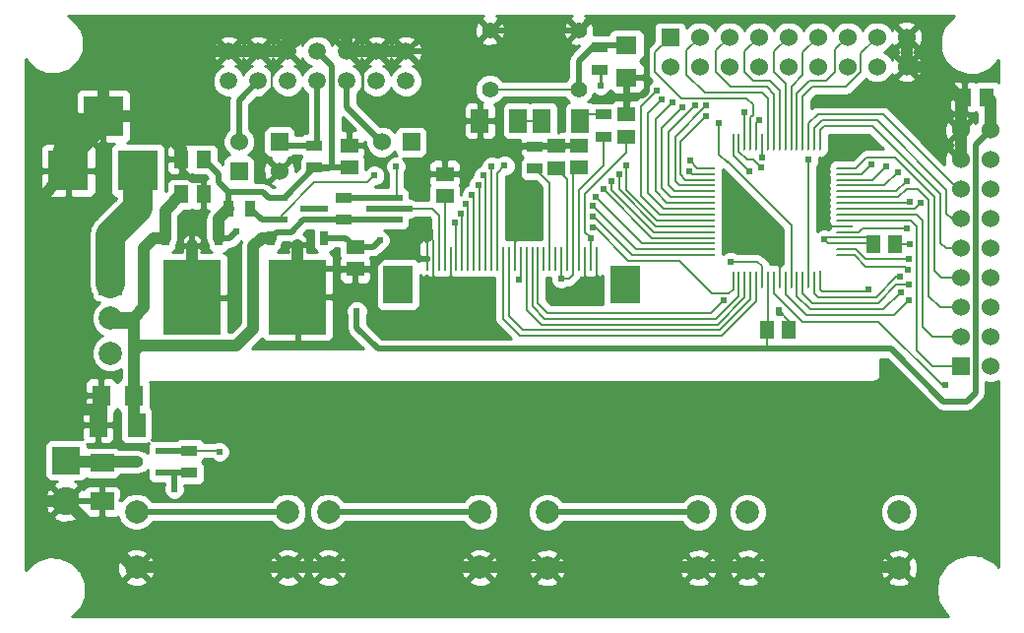
<source format=gbl>
G04 (created by PCBNEW (2013-07-07 BZR 4022)-stable) date 21/05/2014 18:52:46*
%MOIN*%
G04 Gerber Fmt 3.4, Leading zero omitted, Abs format*
%FSLAX34Y34*%
G01*
G70*
G90*
G04 APERTURE LIST*
%ADD10C,0.00590551*%
%ADD11C,0.0593*%
%ADD12R,0.0098X0.06*%
%ADD13O,0.0098X0.06*%
%ADD14O,0.06X0.0098*%
%ADD15C,0.0787402*%
%ADD16R,0.0787402X0.0787402*%
%ADD17C,0.055*%
%ADD18R,0.0394X0.0236*%
%ADD19R,0.06X0.08*%
%ADD20R,0.08X0.06*%
%ADD21R,0.055X0.035*%
%ADD22R,0.035X0.055*%
%ADD23R,0.0255906X0.0492126*%
%ADD24R,0.018X0.028*%
%ADD25R,0.19685X0.255906*%
%ADD26R,0.06X0.06*%
%ADD27C,0.06*%
%ADD28C,0.0944882*%
%ADD29R,0.0944882X0.0944882*%
%ADD30R,0.071X0.063*%
%ADD31R,0.063X0.071*%
%ADD32R,0.059X0.0512*%
%ADD33R,0.0512X0.059*%
%ADD34R,0.1378X0.1378*%
%ADD35R,0.01X0.08*%
%ADD36R,0.1X0.13*%
%ADD37C,0.024*%
%ADD38C,0.019685*%
%ADD39C,0.01*%
%ADD40C,0.008*%
%ADD41C,0.0393701*%
%ADD42C,0.1*%
G04 APERTURE END LIST*
G54D10*
G54D11*
X11503Y14224D03*
X11503Y15224D03*
X10503Y14224D03*
X10503Y15224D03*
X9503Y14224D03*
X9503Y15224D03*
X8503Y14224D03*
X8503Y15224D03*
X7503Y14224D03*
X7503Y15224D03*
X6503Y14224D03*
X6503Y15224D03*
X5503Y14224D03*
X5503Y15224D03*
G54D12*
X25531Y7492D03*
G54D13*
X25334Y7492D03*
X25137Y7492D03*
X24940Y7492D03*
X24743Y7492D03*
X24547Y7492D03*
X24350Y7492D03*
X24153Y7492D03*
X23956Y7492D03*
X23759Y7492D03*
X23562Y7492D03*
X23366Y7492D03*
X23169Y7492D03*
X22972Y7492D03*
X22775Y7492D03*
X22578Y7492D03*
G54D14*
X21680Y8327D03*
X21680Y8524D03*
X21680Y8721D03*
X21680Y8918D03*
X21680Y9115D03*
X21680Y9311D03*
X21680Y9508D03*
X21680Y9705D03*
X21680Y9902D03*
X21680Y10099D03*
X21680Y10296D03*
X21680Y10492D03*
X21680Y10689D03*
X21680Y10886D03*
X21680Y11083D03*
X21680Y11280D03*
G54D13*
X22578Y12178D03*
X22775Y12178D03*
X22972Y12178D03*
X23169Y12178D03*
X23366Y12178D03*
X23562Y12178D03*
X23759Y12178D03*
X23956Y12178D03*
X24153Y12178D03*
X24350Y12178D03*
X24547Y12178D03*
X24743Y12178D03*
X24940Y12178D03*
X25137Y12178D03*
X25334Y12178D03*
X25531Y12178D03*
G54D14*
X26366Y11280D03*
X26366Y11083D03*
X26366Y10689D03*
X26373Y10886D03*
X26366Y10492D03*
X26366Y10296D03*
X26366Y10099D03*
X26366Y9902D03*
X26366Y9705D03*
X26366Y9508D03*
X26366Y9314D03*
X26366Y9117D03*
X26366Y8920D03*
X26366Y8723D03*
X26366Y8527D03*
X26366Y8330D03*
G54D15*
X1496Y6196D03*
G54D16*
X1496Y7377D03*
G54D15*
X1496Y5015D03*
G54D17*
X17346Y13946D03*
X17346Y15946D03*
X14346Y13946D03*
X14346Y15946D03*
G54D15*
X8877Y-2244D03*
X8877Y-358D03*
X14000Y-2244D03*
X14000Y-358D03*
X2377Y-2244D03*
X2377Y-358D03*
X7500Y-2244D03*
X7500Y-358D03*
X23070Y-2259D03*
X23070Y-374D03*
X28192Y-2259D03*
X28192Y-374D03*
X16279Y-2259D03*
X16279Y-374D03*
X21401Y-2259D03*
X21401Y-374D03*
G54D18*
X3211Y1713D03*
X2379Y1338D03*
X3211Y963D03*
X7300Y9526D03*
X8132Y9901D03*
X7300Y10276D03*
X11183Y10276D03*
X10351Y9901D03*
X11183Y9526D03*
G54D19*
X17406Y12876D03*
X16106Y12876D03*
X15306Y12876D03*
X14006Y12876D03*
G54D20*
X1220Y0D03*
X1220Y1299D03*
G54D19*
X1082Y2578D03*
X2382Y2578D03*
G54D21*
X9389Y9526D03*
X9389Y10276D03*
X8405Y11298D03*
X8405Y12048D03*
X18070Y14605D03*
X18070Y15355D03*
G54D22*
X5491Y9905D03*
X6241Y9905D03*
G54D21*
X18196Y12341D03*
X18196Y13091D03*
X15876Y11261D03*
X15876Y12011D03*
X4173Y963D03*
X4173Y1713D03*
G54D23*
X3346Y8897D03*
X5157Y8897D03*
G54D24*
X4251Y8661D03*
G54D25*
X4251Y6899D03*
G54D23*
X6929Y8917D03*
X8740Y8917D03*
G54D24*
X7834Y8681D03*
G54D25*
X7834Y6919D03*
G54D26*
X5846Y11173D03*
G54D27*
X5846Y12173D03*
G54D26*
X11681Y12165D03*
G54D27*
X10681Y12165D03*
G54D26*
X7224Y12173D03*
G54D27*
X7224Y11173D03*
G54D28*
X-3Y7D03*
G54D29*
X-3Y1385D03*
G54D30*
X18976Y15451D03*
X18976Y14351D03*
G54D31*
X2282Y3582D03*
X1182Y3582D03*
G54D32*
X9783Y8603D03*
X9783Y7853D03*
X9586Y11298D03*
X9586Y12048D03*
G54D33*
X4646Y11574D03*
X3896Y11574D03*
G54D32*
X17376Y11301D03*
X17376Y12051D03*
X18976Y12341D03*
X18976Y13091D03*
G54D33*
X27321Y8696D03*
X28071Y8696D03*
X23719Y5807D03*
X24469Y5807D03*
X31158Y13681D03*
X30408Y13681D03*
X3896Y10393D03*
X4646Y10393D03*
G54D32*
X16596Y11281D03*
X16596Y12031D03*
X12814Y10333D03*
X12814Y11083D03*
G54D34*
X2437Y11196D03*
X75Y11196D03*
X1256Y13046D03*
G54D27*
X27448Y14716D03*
X28448Y15716D03*
G54D26*
X20448Y15716D03*
G54D27*
X20448Y14716D03*
X21448Y15716D03*
X21448Y14716D03*
X22448Y15716D03*
X22448Y14716D03*
X23448Y15716D03*
X23448Y14716D03*
X24448Y15716D03*
X24448Y14716D03*
X25448Y15716D03*
X25448Y14716D03*
X26448Y15716D03*
X26448Y14716D03*
X27448Y15716D03*
X28448Y14716D03*
X31279Y11562D03*
X30279Y12562D03*
G54D26*
X30279Y4562D03*
G54D27*
X31279Y4562D03*
X30279Y5562D03*
X31279Y5562D03*
X30279Y6562D03*
X31279Y6562D03*
X30279Y7562D03*
X31279Y7562D03*
X30279Y8562D03*
X31279Y8562D03*
X30279Y9562D03*
X31279Y9562D03*
X30279Y10562D03*
X31279Y10562D03*
X30279Y11562D03*
X31279Y12562D03*
G54D35*
X12224Y8217D03*
X12814Y8217D03*
X12421Y8217D03*
X13208Y8217D03*
X13405Y8217D03*
X13996Y8217D03*
X12618Y8217D03*
X13602Y8217D03*
X14404Y8217D03*
X14599Y8217D03*
X15974Y8217D03*
X16174Y8217D03*
X16369Y8217D03*
X15779Y8217D03*
X17944Y8217D03*
X16564Y8217D03*
X16764Y8217D03*
X16959Y8217D03*
X17154Y8217D03*
X17354Y8217D03*
X17549Y8217D03*
X17744Y8217D03*
X15584Y8217D03*
X15384Y8217D03*
X15189Y8217D03*
X14994Y8217D03*
X14794Y8217D03*
X13011Y8217D03*
X13799Y8217D03*
X14204Y8217D03*
G54D36*
X18914Y7337D03*
X11228Y7337D03*
G54D37*
X11614Y9901D03*
X17755Y8897D03*
X18090Y14074D03*
X25669Y8858D03*
X25688Y5177D03*
X9842Y6437D03*
X5767Y9133D03*
X8759Y9901D03*
X15314Y7519D03*
X16751Y7539D03*
X14842Y11358D03*
X18976Y11356D03*
X18720Y11082D03*
X14409Y11338D03*
X14133Y11023D03*
X18464Y10826D03*
X18188Y10570D03*
X13956Y10708D03*
X13740Y10374D03*
X17913Y10314D03*
X17814Y10000D03*
X13543Y10059D03*
X13346Y9744D03*
X17814Y9625D03*
X13149Y9429D03*
X17814Y9271D03*
X28446Y9246D03*
X20871Y13346D03*
X20521Y13496D03*
X20171Y13596D03*
X19996Y13896D03*
X28228Y7598D03*
X28496Y7846D03*
X28521Y8196D03*
X28523Y7342D03*
X28248Y7086D03*
X29763Y3937D03*
X28523Y6811D03*
X22971Y13171D03*
X21671Y13046D03*
X21671Y13396D03*
X21296Y13396D03*
X22244Y6791D03*
X22500Y8110D03*
X28917Y10098D03*
X11161Y11338D03*
X10433Y11023D03*
X28546Y10146D03*
X27165Y7185D03*
X5196Y1673D03*
X12322Y9114D03*
X15196Y9114D03*
X28546Y8696D03*
X17755Y7440D03*
X12736Y7480D03*
X25669Y9330D03*
X10019Y13641D03*
X9448Y12618D03*
X24114Y6456D03*
X24133Y8149D03*
X25137Y11555D03*
X23562Y11633D03*
X23471Y12896D03*
X3661Y413D03*
X10629Y8838D03*
X28446Y10846D03*
X28146Y11146D03*
X27746Y11346D03*
X27246Y11396D03*
X21121Y11521D03*
X23129Y11161D03*
X23543Y11299D03*
X21102Y11161D03*
X22106Y12795D03*
G54D38*
X10351Y9901D02*
X11614Y9901D01*
G54D39*
X17755Y8897D02*
X17744Y8897D01*
X17744Y8928D02*
X17744Y8897D01*
G54D40*
X12618Y8217D02*
X12618Y9685D01*
X12401Y9901D02*
X11614Y9901D01*
X12618Y9685D02*
X12401Y9901D01*
X17744Y8217D02*
X17744Y8928D01*
X17559Y9114D02*
X17559Y10393D01*
X17744Y8928D02*
X17559Y9114D01*
X18976Y11810D02*
X18976Y12341D01*
X17559Y10393D02*
X18976Y11810D01*
G54D39*
X18070Y14605D02*
X18090Y14585D01*
X18090Y14585D02*
X18090Y14074D01*
G54D38*
X25688Y5177D02*
X25688Y5157D01*
G54D40*
X23719Y5807D02*
X23719Y5157D01*
X23719Y5157D02*
X23700Y5157D01*
G54D38*
X9842Y6437D02*
X9842Y5866D01*
X5531Y8897D02*
X5767Y9133D01*
X5157Y8897D02*
X5531Y8897D01*
X23700Y5157D02*
X10551Y5157D01*
X9842Y5866D02*
X10551Y5157D01*
X31279Y12562D02*
X30787Y12070D01*
X30787Y12070D02*
X30787Y3681D01*
X30787Y3681D02*
X30492Y3385D01*
X30492Y3385D02*
X29704Y3385D01*
X29704Y3385D02*
X27933Y5157D01*
X27933Y5157D02*
X25688Y5157D01*
X25688Y5157D02*
X23700Y5157D01*
G54D41*
X31279Y12562D02*
X31279Y13560D01*
X31279Y13560D02*
X31158Y13681D01*
G54D40*
X31279Y13560D02*
X31158Y13681D01*
X23759Y7492D02*
X23759Y5846D01*
X23759Y5846D02*
X23719Y5807D01*
X26366Y8723D02*
X25804Y8723D01*
X25731Y8920D02*
X26366Y8920D01*
X25669Y8858D02*
X25731Y8920D01*
X25804Y8723D02*
X25669Y8858D01*
G54D41*
X5157Y8897D02*
X5157Y9571D01*
X5157Y9571D02*
X5491Y9905D01*
G54D38*
X7300Y10276D02*
X7383Y10276D01*
X7383Y10276D02*
X8405Y11298D01*
G54D40*
X26366Y8920D02*
X27097Y8920D01*
X27097Y8920D02*
X27321Y8696D01*
X26366Y8723D02*
X27294Y8723D01*
X27294Y8723D02*
X27321Y8696D01*
G54D38*
X8405Y11298D02*
X9586Y11298D01*
X8503Y15224D02*
X8996Y14732D01*
X8996Y14732D02*
X8996Y13740D01*
X8996Y13740D02*
X8996Y11476D01*
X8996Y11476D02*
X8996Y11377D01*
X8996Y11377D02*
X8897Y11279D01*
X8897Y11279D02*
X8424Y11279D01*
X8424Y11279D02*
X8405Y11298D01*
X5491Y10453D02*
X6672Y10453D01*
X6849Y10276D02*
X7300Y10276D01*
X6672Y10453D02*
X6849Y10276D01*
X5491Y9905D02*
X5491Y10453D01*
X5157Y11063D02*
X4646Y11574D01*
X5157Y10787D02*
X5157Y11063D01*
X5491Y10453D02*
X5157Y10787D01*
X8132Y9901D02*
X8759Y9901D01*
G54D40*
X16764Y8217D02*
X16764Y7552D01*
X16764Y7552D02*
X16751Y7539D01*
X17154Y8217D02*
X17154Y7666D01*
X15384Y7589D02*
X15384Y8217D01*
X15314Y7519D02*
X15384Y7589D01*
X17027Y7539D02*
X16751Y7539D01*
X17154Y7666D02*
X17027Y7539D01*
X17154Y8217D02*
X17154Y11080D01*
X17154Y11080D02*
X17376Y11301D01*
X22775Y7492D02*
X22775Y6948D01*
X22007Y6181D02*
X21692Y6181D01*
X22775Y6948D02*
X22007Y6181D01*
X19645Y6181D02*
X21692Y6181D01*
X16200Y6181D02*
X15779Y6602D01*
X19645Y6181D02*
X16200Y6181D01*
X15779Y6602D02*
X15779Y8217D01*
X14599Y8217D02*
X14599Y11115D01*
X14599Y11115D02*
X14842Y11358D01*
X20004Y9508D02*
X18976Y10536D01*
X18976Y10536D02*
X18976Y11356D01*
X21680Y9508D02*
X20004Y9508D01*
X14404Y8217D02*
X14404Y11333D01*
X19964Y9311D02*
X21680Y9311D01*
X18720Y10554D02*
X19964Y9311D01*
X18720Y11082D02*
X18720Y10554D01*
X14404Y11333D02*
X14409Y11338D01*
X21680Y9115D02*
X19880Y9115D01*
X14204Y10952D02*
X14204Y8217D01*
X14133Y11023D02*
X14204Y10952D01*
X18464Y10531D02*
X18464Y10826D01*
X19880Y9115D02*
X18464Y10531D01*
X13996Y8217D02*
X13996Y10669D01*
X19841Y8918D02*
X21680Y8918D01*
X18188Y10570D02*
X19841Y8918D01*
X13996Y10669D02*
X13956Y10708D01*
X21680Y8721D02*
X19507Y8721D01*
X13799Y10314D02*
X13799Y8217D01*
X13740Y10374D02*
X13799Y10314D01*
X19507Y8721D02*
X17913Y10314D01*
X13602Y8217D02*
X13602Y10019D01*
X19290Y8524D02*
X21680Y8524D01*
X17814Y10000D02*
X19290Y8524D01*
X13562Y10059D02*
X13543Y10059D01*
X13602Y10019D02*
X13562Y10059D01*
X21680Y8327D02*
X19153Y8327D01*
X13405Y9685D02*
X13405Y8217D01*
X13346Y9744D02*
X13405Y9685D01*
X17854Y9625D02*
X17814Y9625D01*
X19153Y8327D02*
X17854Y9625D01*
X22578Y7492D02*
X22578Y7184D01*
X22578Y7184D02*
X22440Y7047D01*
X13208Y9370D02*
X13208Y8217D01*
X13149Y9429D02*
X13208Y9370D01*
X17913Y9271D02*
X17814Y9271D01*
X19035Y8149D02*
X17913Y9271D01*
X20767Y8149D02*
X19035Y8149D01*
X21870Y7047D02*
X20767Y8149D01*
X22440Y7047D02*
X21870Y7047D01*
X22972Y7492D02*
X22972Y6889D01*
X22972Y6889D02*
X22066Y5984D01*
X19586Y5984D02*
X22066Y5984D01*
X15584Y8217D02*
X15584Y6482D01*
X19586Y5984D02*
X16082Y5984D01*
X16082Y5984D02*
X15584Y6482D01*
X29196Y9173D02*
X29196Y10213D01*
X29196Y10213D02*
X28838Y10570D01*
X26366Y10296D02*
X28170Y10296D01*
X28444Y10570D02*
X28838Y10570D01*
X28170Y10296D02*
X28444Y10570D01*
X29579Y6562D02*
X30279Y6562D01*
X29196Y6946D02*
X29579Y6562D01*
X29196Y9173D02*
X29196Y6946D01*
X26366Y9705D02*
X28787Y9705D01*
X29329Y5562D02*
X30279Y5562D01*
X28996Y5896D02*
X29329Y5562D01*
X28996Y9496D02*
X28996Y5896D01*
X28787Y9705D02*
X28996Y9496D01*
X26366Y9508D02*
X28584Y9508D01*
X29329Y4562D02*
X30279Y4562D01*
X28796Y5096D02*
X29329Y4562D01*
X28796Y9296D02*
X28796Y5096D01*
X28584Y9508D02*
X28796Y9296D01*
X26366Y9117D02*
X26841Y9117D01*
X26971Y9246D02*
X28446Y9246D01*
X26841Y9117D02*
X26971Y9246D01*
X26366Y11280D02*
X26729Y11280D01*
X28046Y11646D02*
X29396Y10296D01*
X27096Y11646D02*
X28046Y11646D01*
X26729Y11280D02*
X27096Y11646D01*
X29629Y7562D02*
X30279Y7562D01*
X29396Y10296D02*
X29396Y7796D01*
X29396Y7796D02*
X29629Y7562D01*
X25531Y12178D02*
X25531Y12581D01*
X29779Y8562D02*
X30279Y8562D01*
X29596Y8746D02*
X29779Y8562D01*
X29596Y10396D02*
X29596Y8746D01*
X27296Y12696D02*
X29596Y10396D01*
X25646Y12696D02*
X27296Y12696D01*
X25531Y12581D02*
X25646Y12696D01*
X25334Y12178D02*
X25334Y12634D01*
X29979Y9562D02*
X30279Y9562D01*
X29796Y9746D02*
X29979Y9562D01*
X29796Y10546D02*
X29796Y9746D01*
X27446Y12896D02*
X29796Y10546D01*
X25596Y12896D02*
X27446Y12896D01*
X25334Y12634D02*
X25596Y12896D01*
X25137Y12178D02*
X25137Y12787D01*
X30179Y10562D02*
X30279Y10562D01*
X27646Y13096D02*
X30179Y10562D01*
X25446Y13096D02*
X27646Y13096D01*
X25137Y12787D02*
X25446Y13096D01*
X21680Y10296D02*
X20471Y10296D01*
X20171Y12646D02*
X20871Y13346D01*
X20171Y10596D02*
X20171Y12646D01*
X20471Y10296D02*
X20171Y10596D01*
X21680Y10099D02*
X20343Y10099D01*
X19946Y12921D02*
X20521Y13496D01*
X19946Y10496D02*
X19946Y12921D01*
X20343Y10099D02*
X19946Y10496D01*
X21680Y9902D02*
X20240Y9902D01*
X19696Y13121D02*
X20171Y13596D01*
X19696Y10446D02*
X19696Y13121D01*
X20240Y9902D02*
X19696Y10446D01*
X21680Y9705D02*
X20087Y9705D01*
X19471Y13371D02*
X19996Y13896D01*
X19471Y10321D02*
X19471Y13371D01*
X20087Y9705D02*
X19471Y10321D01*
X24547Y12178D02*
X24547Y14035D01*
X24940Y15208D02*
X25448Y15716D01*
X24940Y14429D02*
X24940Y15208D01*
X24547Y14035D02*
X24940Y14429D01*
X24350Y12178D02*
X24350Y14134D01*
X23956Y15224D02*
X24448Y15716D01*
X23956Y14527D02*
X23956Y15224D01*
X24350Y14134D02*
X23956Y14527D01*
X24940Y12178D02*
X24940Y13690D01*
X26403Y14021D02*
X26909Y14527D01*
X25271Y14021D02*
X26403Y14021D01*
X24940Y13690D02*
X25271Y14021D01*
X26909Y15177D02*
X27448Y15716D01*
X26909Y14527D02*
X26909Y15177D01*
X26082Y6909D02*
X27421Y6909D01*
X28110Y7598D02*
X28228Y7598D01*
X27421Y6909D02*
X28110Y7598D01*
X25334Y7492D02*
X25334Y7028D01*
X25452Y6909D02*
X26082Y6909D01*
X25334Y7028D02*
X25452Y6909D01*
X26366Y8330D02*
X26687Y8330D01*
X27071Y7946D02*
X27471Y7946D01*
X26687Y8330D02*
X27071Y7946D01*
X28396Y7946D02*
X28496Y7846D01*
X27471Y7946D02*
X28396Y7946D01*
X24743Y12178D02*
X24743Y13793D01*
X25171Y14221D02*
X25717Y14221D01*
X24743Y13793D02*
X25171Y14221D01*
X26023Y15291D02*
X26448Y15716D01*
X26023Y14527D02*
X26023Y15291D01*
X25717Y14221D02*
X26023Y14527D01*
X26366Y8527D02*
X26717Y8527D01*
X27047Y8196D02*
X27721Y8196D01*
X26717Y8527D02*
X27047Y8196D01*
X27721Y8196D02*
X28521Y8196D01*
X26200Y6712D02*
X27480Y6712D01*
X28110Y7342D02*
X28523Y7342D01*
X27480Y6712D02*
X28110Y7342D01*
X24940Y7492D02*
X24940Y7028D01*
X25255Y6712D02*
X26200Y6712D01*
X24940Y7028D02*
X25255Y6712D01*
X26318Y6496D02*
X27657Y6496D01*
X27657Y6496D02*
X28248Y7086D01*
X24743Y7492D02*
X24743Y6930D01*
X25177Y6496D02*
X26318Y6496D01*
X24743Y6930D02*
X25177Y6496D01*
X23169Y12178D02*
X23169Y12994D01*
X19921Y15188D02*
X20448Y15716D01*
X19921Y14546D02*
X19921Y15188D01*
X20821Y13646D02*
X19921Y14546D01*
X23021Y13646D02*
X20821Y13646D01*
X23246Y13421D02*
X23021Y13646D01*
X23246Y13071D02*
X23246Y13421D01*
X23169Y12994D02*
X23246Y13071D01*
X29763Y3937D02*
X29645Y3937D01*
X29645Y3937D02*
X27500Y6082D01*
X23956Y7492D02*
X23956Y7047D01*
X24921Y6082D02*
X27500Y6082D01*
X23956Y7047D02*
X24921Y6082D01*
X26338Y6299D02*
X28011Y6299D01*
X28011Y6299D02*
X28523Y6811D01*
X24350Y7492D02*
X24350Y7008D01*
X25059Y6299D02*
X26338Y6299D01*
X24350Y7008D02*
X25059Y6299D01*
X22972Y12178D02*
X22972Y13170D01*
X22972Y13170D02*
X22971Y13171D01*
X24153Y12178D02*
X24153Y13914D01*
X23246Y14246D02*
X22972Y14520D01*
X23821Y14246D02*
X23246Y14246D01*
X24153Y13914D02*
X23821Y14246D01*
X22972Y15240D02*
X23448Y15716D01*
X22972Y14520D02*
X22972Y15240D01*
X23521Y14021D02*
X22493Y14021D01*
X22493Y14021D02*
X21988Y14527D01*
X23956Y12178D02*
X23956Y13786D01*
X23721Y14021D02*
X23521Y14021D01*
X23956Y13786D02*
X23721Y14021D01*
X21988Y15255D02*
X22448Y15716D01*
X21988Y14527D02*
X21988Y15255D01*
X22946Y13821D02*
X21621Y13821D01*
X21621Y13821D02*
X21003Y14438D01*
X23759Y12178D02*
X23759Y13633D01*
X23571Y13821D02*
X22946Y13821D01*
X23759Y13633D02*
X23571Y13821D01*
X21003Y15271D02*
X21448Y15716D01*
X21003Y14438D02*
X21003Y15271D01*
X21680Y10886D02*
X20956Y10886D01*
X20781Y12156D02*
X21671Y13046D01*
X20781Y11061D02*
X20781Y12156D01*
X20956Y10886D02*
X20781Y11061D01*
X21671Y13396D02*
X20621Y12346D01*
X20621Y12346D02*
X20621Y12125D01*
X21680Y10689D02*
X20753Y10689D01*
X20621Y10821D02*
X20621Y12125D01*
X20753Y10689D02*
X20621Y10821D01*
X21680Y10492D02*
X20600Y10492D01*
X20396Y12496D02*
X21296Y13396D01*
X20396Y10696D02*
X20396Y12496D01*
X20600Y10492D02*
X20396Y10696D01*
X23366Y7492D02*
X23366Y6771D01*
X23366Y6771D02*
X22185Y5590D01*
X19921Y5590D02*
X22185Y5590D01*
X14794Y8217D02*
X14794Y6169D01*
X19921Y5590D02*
X15374Y5590D01*
X15374Y5590D02*
X14794Y6169D01*
X22244Y6791D02*
X21830Y6377D01*
X21830Y6377D02*
X20078Y6377D01*
X19468Y6377D02*
X20078Y6377D01*
X16299Y6377D02*
X15974Y6702D01*
X19468Y6377D02*
X16299Y6377D01*
X15974Y8217D02*
X15974Y6702D01*
X23562Y7953D02*
X23562Y7492D01*
X23405Y8110D02*
X23562Y7953D01*
X23366Y8110D02*
X23405Y8110D01*
X22500Y8110D02*
X23366Y8110D01*
X23169Y7492D02*
X23169Y6830D01*
X23169Y6830D02*
X22125Y5787D01*
X19803Y5787D02*
X22125Y5787D01*
X14994Y8217D02*
X14994Y6265D01*
X19803Y5787D02*
X15472Y5787D01*
X15472Y5787D02*
X14994Y6265D01*
X28721Y9902D02*
X28917Y10098D01*
X28188Y9902D02*
X28721Y9902D01*
X11183Y10276D02*
X11183Y11316D01*
X11183Y11316D02*
X11161Y11338D01*
X26366Y9902D02*
X27775Y9902D01*
X27775Y9902D02*
X28188Y9902D01*
G54D38*
X9389Y10276D02*
X11183Y10276D01*
G54D40*
X10196Y10787D02*
X9370Y10787D01*
X10433Y11023D02*
X10196Y10787D01*
X28498Y10099D02*
X26366Y10099D01*
X28498Y10099D02*
X28546Y10146D01*
X7300Y9526D02*
X7300Y9682D01*
X7300Y9682D02*
X8405Y10787D01*
X8405Y10787D02*
X9370Y10787D01*
G54D38*
X7300Y9526D02*
X6620Y9526D01*
X6620Y9526D02*
X6241Y9905D01*
G54D40*
X25688Y7106D02*
X27086Y7106D01*
X27086Y7106D02*
X27165Y7185D01*
X25531Y7492D02*
X25531Y7185D01*
X5156Y1713D02*
X4173Y1713D01*
X5196Y1673D02*
X5156Y1713D01*
X25610Y7106D02*
X25688Y7106D01*
X25531Y7185D02*
X25610Y7106D01*
G54D38*
X3211Y1713D02*
X4173Y1713D01*
X12322Y9114D02*
X12322Y8917D01*
G54D40*
X12322Y8917D02*
X12342Y8917D01*
X15189Y8217D02*
X15189Y9107D01*
X15189Y9107D02*
X15196Y9114D01*
X28071Y8696D02*
X28546Y8696D01*
G54D41*
X4251Y8661D02*
X4251Y6899D01*
X1182Y3110D02*
X-1141Y3110D01*
X1082Y2578D02*
X1182Y2678D01*
X1182Y2678D02*
X1182Y3110D01*
X1182Y3110D02*
X1182Y3582D01*
G54D40*
X25685Y9314D02*
X25669Y9330D01*
X25685Y9314D02*
X26366Y9314D01*
G54D38*
X19645Y15433D02*
X19645Y16259D01*
X19645Y16259D02*
X19566Y16259D01*
X17346Y15946D02*
X17659Y16259D01*
X17659Y16259D02*
X19566Y16259D01*
X27905Y16259D02*
X28448Y15716D01*
X19566Y16259D02*
X27905Y16259D01*
G54D39*
X9586Y12048D02*
X9586Y12480D01*
X10019Y14740D02*
X10503Y15224D01*
X10019Y13641D02*
X10019Y14740D01*
X9586Y12480D02*
X9448Y12618D01*
G54D41*
X28448Y14716D02*
X28448Y15716D01*
X30279Y11562D02*
X30279Y13598D01*
X29161Y14716D02*
X28448Y14716D01*
X30279Y13598D02*
X29161Y14716D01*
G54D40*
X24153Y7492D02*
X24153Y8130D01*
X24469Y6101D02*
X24469Y5807D01*
X24114Y6456D02*
X24469Y6101D01*
X24153Y8130D02*
X24133Y8149D01*
G54D38*
X4251Y8661D02*
X4251Y9271D01*
X4646Y9666D02*
X4646Y10393D01*
X4251Y9271D02*
X4646Y9666D01*
X28448Y14716D02*
X29373Y14716D01*
X29373Y14716D02*
X30408Y13681D01*
X30279Y12562D02*
X30279Y13552D01*
X30279Y13552D02*
X30408Y13681D01*
X30279Y11562D02*
X30279Y12562D01*
X19530Y13740D02*
X18976Y13740D01*
X19645Y13855D02*
X19530Y13740D01*
X19645Y15433D02*
X19645Y13855D01*
X18976Y14351D02*
X18976Y13740D01*
X18976Y13740D02*
X18976Y13092D01*
X18976Y13092D02*
X18976Y13091D01*
X17376Y12051D02*
X12814Y12051D01*
X12814Y12051D02*
X12814Y12047D01*
X14006Y12876D02*
X12876Y12876D01*
X12876Y12876D02*
X12814Y12814D01*
X12814Y11083D02*
X12814Y12047D01*
X12814Y12047D02*
X12814Y12814D01*
X12814Y12814D02*
X12814Y15224D01*
X11503Y15224D02*
X12814Y15224D01*
X12814Y15224D02*
X13623Y15224D01*
X13623Y15224D02*
X14346Y15946D01*
X14346Y15946D02*
X17346Y15946D01*
G54D40*
X7224Y11173D02*
X6594Y11803D01*
X6968Y14688D02*
X7503Y15224D01*
X6968Y14015D02*
X6968Y14688D01*
X6594Y13641D02*
X6968Y14015D01*
X6594Y13307D02*
X6594Y13641D01*
X6594Y11803D02*
X6594Y13307D01*
G54D38*
X9783Y7853D02*
X10313Y7853D01*
X12047Y8917D02*
X12342Y8917D01*
X11437Y8307D02*
X12047Y8917D01*
X10767Y8307D02*
X11437Y8307D01*
X10313Y7853D02*
X10767Y8307D01*
G54D40*
X17944Y8217D02*
X17944Y7511D01*
X17549Y7528D02*
X17549Y8217D01*
X17637Y7440D02*
X17549Y7528D01*
X17874Y7440D02*
X17755Y7440D01*
X17755Y7440D02*
X17637Y7440D01*
X17944Y7511D02*
X17874Y7440D01*
X12421Y8217D02*
X12421Y7618D01*
X12421Y7618D02*
X12559Y7480D01*
X12559Y7480D02*
X12736Y7480D01*
X13011Y7559D02*
X13011Y8217D01*
X12736Y7480D02*
X12933Y7480D01*
X12933Y7480D02*
X13011Y7559D01*
X12224Y8217D02*
X12224Y8818D01*
X12224Y8818D02*
X12322Y8917D01*
X12421Y8217D02*
X12421Y8838D01*
X12421Y8838D02*
X12342Y8917D01*
X12342Y8917D02*
X12322Y8917D01*
G54D41*
X9503Y15224D02*
X9503Y15692D01*
X7503Y15594D02*
X7503Y15224D01*
X7913Y16003D02*
X7503Y15594D01*
X9192Y16003D02*
X7913Y16003D01*
X9503Y15692D02*
X9192Y16003D01*
X11503Y15224D02*
X9503Y15224D01*
X7503Y15224D02*
X2114Y15224D01*
X2114Y15224D02*
X1256Y14366D01*
X1256Y14366D02*
X1256Y13046D01*
X-1141Y1141D02*
X-1141Y2283D01*
X-3Y7D02*
X-795Y7D01*
X-1141Y354D02*
X-1141Y1141D01*
X-795Y7D02*
X-1141Y354D01*
X-1141Y2283D02*
X-1141Y3110D01*
X-1141Y3110D02*
X-1141Y9980D01*
X-1141Y9980D02*
X75Y11196D01*
X-3Y7D02*
X2248Y-2244D01*
X2248Y-2244D02*
X28000Y-2244D01*
G54D38*
X2377Y-2244D02*
X1220Y-1086D01*
X1220Y-1086D02*
X1220Y0D01*
X2377Y-2244D02*
X28000Y-2244D01*
X1220Y0D02*
X4Y0D01*
X4Y0D02*
X-3Y7D01*
X9783Y7853D02*
X8768Y7853D01*
X8768Y7853D02*
X7834Y6919D01*
X3896Y11574D02*
X3896Y11260D01*
X3896Y11260D02*
X4173Y10984D01*
X4173Y10984D02*
X4566Y10984D01*
X4566Y10984D02*
X4646Y10904D01*
X4646Y10904D02*
X4646Y10393D01*
X4646Y10806D02*
X4646Y10393D01*
X3896Y11260D02*
X4271Y10885D01*
X4271Y10885D02*
X4566Y10885D01*
X4566Y10885D02*
X4646Y10806D01*
G54D41*
X1256Y13046D02*
X2799Y13046D01*
X3896Y11949D02*
X3896Y11574D01*
X2799Y13046D02*
X3896Y11949D01*
X7834Y8681D02*
X7834Y6919D01*
G54D42*
X75Y11196D02*
X75Y11865D01*
X75Y11865D02*
X1256Y13046D01*
G54D40*
X25137Y7492D02*
X25137Y11554D01*
X25137Y11554D02*
X25137Y11555D01*
G54D38*
X8503Y14224D02*
X8503Y12146D01*
X8503Y12146D02*
X8405Y12048D01*
X8405Y12048D02*
X7349Y12048D01*
X7349Y12048D02*
X7224Y12173D01*
X9503Y14224D02*
X9503Y13338D01*
X9503Y13338D02*
X10669Y12173D01*
X5846Y12173D02*
X5846Y13566D01*
X5846Y13566D02*
X6503Y14224D01*
G54D40*
X23562Y12178D02*
X23562Y11634D01*
X23562Y11634D02*
X23562Y11633D01*
X23571Y12169D02*
X23562Y12178D01*
X23562Y11633D02*
X23571Y12169D01*
X23366Y12791D02*
X23366Y12178D01*
X23471Y12896D02*
X23366Y12791D01*
G54D38*
X9783Y8603D02*
X10394Y8603D01*
X3661Y964D02*
X3662Y963D01*
X3661Y963D02*
X3661Y964D01*
X3661Y413D02*
X3661Y963D01*
X10394Y8603D02*
X10629Y8838D01*
X3211Y963D02*
X3662Y963D01*
X3662Y963D02*
X4173Y963D01*
X8740Y8917D02*
X9469Y8917D01*
X9469Y8917D02*
X9783Y8603D01*
G54D40*
X28091Y10492D02*
X28446Y10846D01*
X26366Y10492D02*
X28091Y10492D01*
X26366Y10689D02*
X27688Y10689D01*
X27688Y10689D02*
X28146Y11146D01*
X27688Y10689D02*
X28146Y11146D01*
G54D38*
X16377Y-358D02*
X21500Y-358D01*
G54D40*
X26373Y10886D02*
X27285Y10886D01*
X27285Y10886D02*
X27746Y11346D01*
G54D38*
X8877Y-358D02*
X14000Y-358D01*
G54D40*
X26932Y11083D02*
X27246Y11396D01*
X26932Y11083D02*
X26366Y11083D01*
G54D38*
X2377Y-358D02*
X7500Y-358D01*
G54D41*
X-3Y1385D02*
X43Y1338D01*
X43Y1338D02*
X2379Y1338D01*
G54D38*
X2379Y1338D02*
X1259Y1338D01*
X1259Y1338D02*
X1220Y1299D01*
X1220Y1299D02*
X82Y1299D01*
X82Y1299D02*
X-3Y1385D01*
G54D40*
X21362Y11280D02*
X21121Y11521D01*
X21680Y11280D02*
X21362Y11280D01*
X22578Y11713D02*
X22578Y12178D01*
X23129Y11161D02*
X22578Y11713D01*
G54D38*
X2282Y3582D02*
X2303Y3603D01*
X2303Y3603D02*
X2303Y4173D01*
G54D41*
X6338Y7047D02*
X6338Y5846D01*
X2460Y5275D02*
X2303Y5118D01*
X5767Y5275D02*
X2460Y5275D01*
X6338Y5846D02*
X5767Y5275D01*
X1496Y6196D02*
X1657Y6035D01*
X1657Y6035D02*
X2303Y6035D01*
X2382Y2578D02*
X2303Y2657D01*
X2303Y2657D02*
X2303Y4173D01*
X2303Y4173D02*
X2303Y5118D01*
X2303Y5118D02*
X2303Y6035D01*
X1496Y6196D02*
X2279Y6196D01*
X2952Y8897D02*
X3346Y8897D01*
X2637Y8582D02*
X2952Y8897D01*
X2637Y6555D02*
X2637Y8582D01*
X2279Y6196D02*
X2637Y6555D01*
X3346Y8897D02*
X3346Y9843D01*
X3346Y9843D02*
X3896Y10393D01*
G54D38*
X9389Y9526D02*
X8030Y9526D01*
X8030Y9526D02*
X7618Y9114D01*
X7618Y9114D02*
X7125Y9114D01*
X7125Y9114D02*
X6929Y8917D01*
X9389Y9526D02*
X11183Y9526D01*
G54D41*
X6929Y8917D02*
X6633Y8917D01*
X6338Y8622D02*
X6338Y7047D01*
X6633Y8917D02*
X6338Y8622D01*
X2303Y5177D02*
X2401Y5177D01*
X2401Y5177D02*
X2303Y5177D01*
X2303Y5177D02*
X2303Y6035D01*
G54D42*
X1496Y7377D02*
X1496Y8996D01*
X2437Y9937D02*
X2437Y11196D01*
X1496Y8996D02*
X2437Y9937D01*
G54D40*
X23543Y11299D02*
X23267Y11574D01*
X23051Y11574D02*
X22775Y11850D01*
X23267Y11574D02*
X23051Y11574D01*
X22775Y11850D02*
X22775Y12178D01*
X22775Y12178D02*
X22775Y11850D01*
X21180Y11083D02*
X21102Y11161D01*
X21680Y11083D02*
X21180Y11083D01*
X16106Y12876D02*
X15306Y12876D01*
X16369Y8217D02*
X16369Y10768D01*
X16369Y10768D02*
X15876Y11261D01*
X16959Y8217D02*
X16959Y10918D01*
X16959Y10918D02*
X16596Y11281D01*
X17354Y8217D02*
X17354Y10535D01*
X17354Y10535D02*
X18196Y11376D01*
X18196Y11376D02*
X18196Y12341D01*
X12814Y8217D02*
X12814Y10333D01*
X18196Y13091D02*
X17621Y13091D01*
X17621Y13091D02*
X17406Y12876D01*
G54D38*
X18976Y15451D02*
X17892Y15451D01*
X17346Y14905D02*
X17346Y13946D01*
X17892Y15451D02*
X17346Y14905D01*
G54D40*
X22381Y11476D02*
X22381Y11496D01*
X24547Y7492D02*
X24547Y9330D01*
X24547Y9330D02*
X22381Y11496D01*
X22106Y12795D02*
X22106Y11751D01*
X22106Y11751D02*
X22381Y11476D01*
X17346Y13946D02*
X14346Y13946D01*
G54D10*
G36*
X8155Y12473D02*
X8081Y12473D01*
X7989Y12435D01*
X7950Y12396D01*
X7774Y12396D01*
X7774Y12522D01*
X7736Y12614D01*
X7666Y12685D01*
X7574Y12723D01*
X7474Y12723D01*
X6874Y12723D01*
X6782Y12685D01*
X6712Y12615D01*
X6674Y12523D01*
X6674Y12423D01*
X6674Y11823D01*
X6712Y11731D01*
X6782Y11661D01*
X6874Y11623D01*
X6927Y11623D01*
X6909Y11559D01*
X7224Y11243D01*
X7539Y11559D01*
X7521Y11623D01*
X7573Y11623D01*
X7665Y11661D01*
X7704Y11699D01*
X7950Y11699D01*
X7976Y11673D01*
X7918Y11615D01*
X7880Y11523D01*
X7880Y11423D01*
X7880Y11265D01*
X7775Y11161D01*
X7768Y11309D01*
X7705Y11461D01*
X7610Y11488D01*
X7295Y11173D01*
X7300Y11167D01*
X7229Y11096D01*
X7224Y11102D01*
X7153Y11031D01*
X7153Y11173D01*
X6838Y11488D01*
X6743Y11461D01*
X6669Y11254D01*
X6680Y11036D01*
X6743Y10885D01*
X6838Y10858D01*
X7153Y11173D01*
X7153Y11031D01*
X6909Y10787D01*
X6936Y10691D01*
X7069Y10644D01*
X7054Y10644D01*
X7006Y10625D01*
X6993Y10625D01*
X6918Y10700D01*
X6805Y10775D01*
X6783Y10780D01*
X6672Y10802D01*
X6672Y10802D01*
X6387Y10802D01*
X6396Y10823D01*
X6396Y10922D01*
X6396Y11522D01*
X6358Y11614D01*
X6288Y11685D01*
X6196Y11723D01*
X6174Y11723D01*
X6312Y11861D01*
X6396Y12063D01*
X6396Y12282D01*
X6312Y12484D01*
X6194Y12602D01*
X6194Y13422D01*
X6450Y13677D01*
X6612Y13677D01*
X6813Y13760D01*
X6966Y13914D01*
X7003Y14003D01*
X7040Y13915D01*
X7193Y13761D01*
X7394Y13678D01*
X7612Y13677D01*
X7813Y13760D01*
X7966Y13914D01*
X8003Y14003D01*
X8040Y13915D01*
X8155Y13799D01*
X8155Y12473D01*
X8155Y12473D01*
G37*
G54D39*
X8155Y12473D02*
X8081Y12473D01*
X7989Y12435D01*
X7950Y12396D01*
X7774Y12396D01*
X7774Y12522D01*
X7736Y12614D01*
X7666Y12685D01*
X7574Y12723D01*
X7474Y12723D01*
X6874Y12723D01*
X6782Y12685D01*
X6712Y12615D01*
X6674Y12523D01*
X6674Y12423D01*
X6674Y11823D01*
X6712Y11731D01*
X6782Y11661D01*
X6874Y11623D01*
X6927Y11623D01*
X6909Y11559D01*
X7224Y11243D01*
X7539Y11559D01*
X7521Y11623D01*
X7573Y11623D01*
X7665Y11661D01*
X7704Y11699D01*
X7950Y11699D01*
X7976Y11673D01*
X7918Y11615D01*
X7880Y11523D01*
X7880Y11423D01*
X7880Y11265D01*
X7775Y11161D01*
X7768Y11309D01*
X7705Y11461D01*
X7610Y11488D01*
X7295Y11173D01*
X7300Y11167D01*
X7229Y11096D01*
X7224Y11102D01*
X7153Y11031D01*
X7153Y11173D01*
X6838Y11488D01*
X6743Y11461D01*
X6669Y11254D01*
X6680Y11036D01*
X6743Y10885D01*
X6838Y10858D01*
X7153Y11173D01*
X7153Y11031D01*
X6909Y10787D01*
X6936Y10691D01*
X7069Y10644D01*
X7054Y10644D01*
X7006Y10625D01*
X6993Y10625D01*
X6918Y10700D01*
X6805Y10775D01*
X6783Y10780D01*
X6672Y10802D01*
X6672Y10802D01*
X6387Y10802D01*
X6396Y10823D01*
X6396Y10922D01*
X6396Y11522D01*
X6358Y11614D01*
X6288Y11685D01*
X6196Y11723D01*
X6174Y11723D01*
X6312Y11861D01*
X6396Y12063D01*
X6396Y12282D01*
X6312Y12484D01*
X6194Y12602D01*
X6194Y13422D01*
X6450Y13677D01*
X6612Y13677D01*
X6813Y13760D01*
X6966Y13914D01*
X7003Y14003D01*
X7040Y13915D01*
X7193Y13761D01*
X7394Y13678D01*
X7612Y13677D01*
X7813Y13760D01*
X7966Y13914D01*
X8003Y14003D01*
X8040Y13915D01*
X8155Y13799D01*
X8155Y12473D01*
G54D10*
G36*
X11184Y11708D02*
X11088Y11708D01*
X10952Y11652D01*
X10847Y11548D01*
X10791Y11412D01*
X10791Y11265D01*
X10847Y11129D01*
X10893Y11083D01*
X10893Y10626D01*
X10889Y10625D01*
X10444Y10625D01*
X10473Y10653D01*
X10506Y10653D01*
X10642Y10709D01*
X10746Y10813D01*
X10803Y10949D01*
X10803Y11096D01*
X10746Y11232D01*
X10642Y11337D01*
X10506Y11393D01*
X10359Y11393D01*
X10223Y11337D01*
X10131Y11245D01*
X10131Y11603D01*
X10102Y11673D01*
X10131Y11742D01*
X10131Y11935D01*
X10069Y11998D01*
X9636Y11998D01*
X9636Y11990D01*
X9536Y11990D01*
X9536Y11998D01*
X9528Y11998D01*
X9528Y12098D01*
X9536Y12098D01*
X9536Y12491D01*
X9474Y12554D01*
X9344Y12554D01*
X9344Y13005D01*
X9795Y12554D01*
X9699Y12554D01*
X9636Y12491D01*
X9636Y12098D01*
X10069Y12098D01*
X10131Y12160D01*
X10131Y12056D01*
X10214Y11854D01*
X10369Y11699D01*
X10571Y11615D01*
X10790Y11615D01*
X10992Y11698D01*
X11131Y11837D01*
X11131Y11815D01*
X11169Y11723D01*
X11184Y11708D01*
X11184Y11708D01*
G37*
G54D39*
X11184Y11708D02*
X11088Y11708D01*
X10952Y11652D01*
X10847Y11548D01*
X10791Y11412D01*
X10791Y11265D01*
X10847Y11129D01*
X10893Y11083D01*
X10893Y10626D01*
X10889Y10625D01*
X10444Y10625D01*
X10473Y10653D01*
X10506Y10653D01*
X10642Y10709D01*
X10746Y10813D01*
X10803Y10949D01*
X10803Y11096D01*
X10746Y11232D01*
X10642Y11337D01*
X10506Y11393D01*
X10359Y11393D01*
X10223Y11337D01*
X10131Y11245D01*
X10131Y11603D01*
X10102Y11673D01*
X10131Y11742D01*
X10131Y11935D01*
X10069Y11998D01*
X9636Y11998D01*
X9636Y11990D01*
X9536Y11990D01*
X9536Y11998D01*
X9528Y11998D01*
X9528Y12098D01*
X9536Y12098D01*
X9536Y12491D01*
X9474Y12554D01*
X9344Y12554D01*
X9344Y13005D01*
X9795Y12554D01*
X9699Y12554D01*
X9636Y12491D01*
X9636Y12098D01*
X10069Y12098D01*
X10131Y12160D01*
X10131Y12056D01*
X10214Y11854D01*
X10369Y11699D01*
X10571Y11615D01*
X10790Y11615D01*
X10992Y11698D01*
X11131Y11837D01*
X11131Y11815D01*
X11169Y11723D01*
X11184Y11708D01*
G54D10*
G36*
X15048Y5505D02*
X10695Y5505D01*
X10328Y5872D01*
X10328Y7547D01*
X10328Y7740D01*
X10265Y7803D01*
X9833Y7803D01*
X9833Y7409D01*
X9895Y7347D01*
X10028Y7347D01*
X10128Y7347D01*
X10220Y7385D01*
X10290Y7455D01*
X10328Y7547D01*
X10328Y5872D01*
X10190Y6010D01*
X10190Y6311D01*
X10212Y6363D01*
X10212Y6510D01*
X10156Y6646D01*
X10052Y6750D01*
X9916Y6806D01*
X9769Y6807D01*
X9733Y6792D01*
X9733Y7409D01*
X9733Y7803D01*
X9300Y7803D01*
X9238Y7740D01*
X9238Y7547D01*
X9276Y7455D01*
X9346Y7385D01*
X9438Y7347D01*
X9537Y7347D01*
X9670Y7347D01*
X9733Y7409D01*
X9733Y6792D01*
X9633Y6750D01*
X9529Y6646D01*
X9472Y6510D01*
X9472Y6363D01*
X9494Y6311D01*
X9494Y5866D01*
X9494Y5866D01*
X9516Y5754D01*
X9520Y5732D01*
X9596Y5619D01*
X10048Y5167D01*
X9068Y5167D01*
X9068Y5689D01*
X9068Y6806D01*
X9006Y6869D01*
X7884Y6869D01*
X7884Y5452D01*
X7947Y5389D01*
X8868Y5389D01*
X8960Y5427D01*
X9030Y5497D01*
X9068Y5589D01*
X9068Y5689D01*
X9068Y5167D01*
X6291Y5167D01*
X6633Y5509D01*
X6638Y5497D01*
X6708Y5427D01*
X6800Y5389D01*
X7722Y5389D01*
X7784Y5452D01*
X7784Y6869D01*
X7776Y6869D01*
X7776Y6969D01*
X7784Y6969D01*
X7784Y8348D01*
X7789Y8353D01*
X7789Y8631D01*
X7557Y8631D01*
X7494Y8568D01*
X7494Y8590D01*
X7494Y8491D01*
X7512Y8448D01*
X7173Y8448D01*
X7198Y8459D01*
X7268Y8529D01*
X7307Y8621D01*
X7307Y8694D01*
X7341Y8746D01*
X7345Y8765D01*
X7522Y8765D01*
X7557Y8731D01*
X7789Y8731D01*
X7789Y8738D01*
X7879Y8738D01*
X7879Y8731D01*
X8112Y8731D01*
X8174Y8793D01*
X8174Y8771D01*
X8174Y8871D01*
X8136Y8962D01*
X8066Y9033D01*
X8040Y9043D01*
X8174Y9178D01*
X8362Y9178D01*
X8362Y9113D01*
X8362Y8621D01*
X8400Y8529D01*
X8470Y8459D01*
X8495Y8448D01*
X8157Y8448D01*
X8174Y8491D01*
X8174Y8590D01*
X8174Y8568D01*
X8112Y8631D01*
X7879Y8631D01*
X7879Y8353D01*
X7884Y8348D01*
X7884Y6969D01*
X9006Y6969D01*
X9068Y7031D01*
X9068Y8149D01*
X9068Y8248D01*
X9030Y8340D01*
X8960Y8410D01*
X8926Y8424D01*
X9009Y8459D01*
X9079Y8529D01*
X9096Y8568D01*
X9238Y8568D01*
X9238Y8297D01*
X9267Y8228D01*
X9238Y8158D01*
X9238Y7965D01*
X9300Y7903D01*
X9733Y7903D01*
X9733Y7911D01*
X9833Y7911D01*
X9833Y7903D01*
X10265Y7903D01*
X10328Y7965D01*
X10328Y8158D01*
X10299Y8228D01*
X10310Y8254D01*
X10394Y8254D01*
X10394Y8254D01*
X10394Y8254D01*
X10505Y8277D01*
X10528Y8281D01*
X10528Y8281D01*
X10641Y8356D01*
X10787Y8503D01*
X10839Y8524D01*
X10943Y8628D01*
X10999Y8764D01*
X10999Y8911D01*
X10943Y9047D01*
X10839Y9152D01*
X10776Y9178D01*
X10889Y9178D01*
X10936Y9158D01*
X11036Y9158D01*
X11430Y9158D01*
X11522Y9196D01*
X11592Y9266D01*
X11630Y9358D01*
X11630Y9458D01*
X11630Y9531D01*
X11687Y9531D01*
X11823Y9587D01*
X11847Y9611D01*
X12281Y9611D01*
X12328Y9564D01*
X12328Y8867D01*
X12323Y8867D01*
X12323Y8867D01*
X12322Y8867D01*
X12321Y8867D01*
X12321Y8867D01*
X12311Y8867D01*
X12305Y8860D01*
X12229Y8829D01*
X12199Y8798D01*
X12199Y8804D01*
X12136Y8867D01*
X12124Y8867D01*
X12032Y8829D01*
X11962Y8758D01*
X11924Y8666D01*
X11924Y8567D01*
X11924Y8329D01*
X11986Y8267D01*
X12183Y8267D01*
X12199Y8267D01*
X12249Y8267D01*
X12274Y8267D01*
X12274Y8167D01*
X12249Y8167D01*
X12199Y8167D01*
X12183Y8167D01*
X11986Y8167D01*
X11942Y8122D01*
X11940Y8128D01*
X11870Y8198D01*
X11778Y8236D01*
X11678Y8237D01*
X10678Y8237D01*
X10586Y8199D01*
X10516Y8128D01*
X10478Y8036D01*
X10478Y7937D01*
X10478Y6637D01*
X10516Y6545D01*
X10586Y6475D01*
X10678Y6437D01*
X10777Y6436D01*
X11777Y6436D01*
X11869Y6474D01*
X11940Y6545D01*
X11978Y6637D01*
X11978Y6736D01*
X11978Y7659D01*
X12032Y7604D01*
X12124Y7566D01*
X12136Y7567D01*
X12199Y7629D01*
X12199Y7635D01*
X12229Y7604D01*
X12305Y7573D01*
X12311Y7567D01*
X12321Y7566D01*
X12321Y7566D01*
X12322Y7566D01*
X12323Y7566D01*
X12323Y7566D01*
X12333Y7567D01*
X12340Y7573D01*
X12415Y7604D01*
X12421Y7610D01*
X12426Y7605D01*
X12502Y7573D01*
X12508Y7567D01*
X12520Y7566D01*
X12520Y7567D01*
X12617Y7566D01*
X12717Y7566D01*
X12717Y7567D01*
X12814Y7566D01*
X12912Y7566D01*
X12914Y7566D01*
X12914Y7566D01*
X12924Y7567D01*
X12931Y7573D01*
X13006Y7604D01*
X13011Y7610D01*
X13016Y7605D01*
X13092Y7573D01*
X13099Y7567D01*
X13111Y7566D01*
X13111Y7567D01*
X13208Y7566D01*
X13308Y7566D01*
X13308Y7567D01*
X13405Y7566D01*
X13505Y7566D01*
X13505Y7567D01*
X13601Y7566D01*
X13701Y7566D01*
X13702Y7567D01*
X13798Y7566D01*
X13898Y7566D01*
X13898Y7567D01*
X13995Y7566D01*
X14095Y7566D01*
X14100Y7568D01*
X14104Y7567D01*
X14204Y7566D01*
X14304Y7566D01*
X14304Y7567D01*
X14304Y7567D01*
X14404Y7566D01*
X14504Y7566D01*
X14504Y7567D01*
X14504Y7567D01*
X14504Y6169D01*
X14526Y6058D01*
X14589Y5964D01*
X15048Y5505D01*
X15048Y5505D01*
G37*
G54D39*
X15048Y5505D02*
X10695Y5505D01*
X10328Y5872D01*
X10328Y7547D01*
X10328Y7740D01*
X10265Y7803D01*
X9833Y7803D01*
X9833Y7409D01*
X9895Y7347D01*
X10028Y7347D01*
X10128Y7347D01*
X10220Y7385D01*
X10290Y7455D01*
X10328Y7547D01*
X10328Y5872D01*
X10190Y6010D01*
X10190Y6311D01*
X10212Y6363D01*
X10212Y6510D01*
X10156Y6646D01*
X10052Y6750D01*
X9916Y6806D01*
X9769Y6807D01*
X9733Y6792D01*
X9733Y7409D01*
X9733Y7803D01*
X9300Y7803D01*
X9238Y7740D01*
X9238Y7547D01*
X9276Y7455D01*
X9346Y7385D01*
X9438Y7347D01*
X9537Y7347D01*
X9670Y7347D01*
X9733Y7409D01*
X9733Y6792D01*
X9633Y6750D01*
X9529Y6646D01*
X9472Y6510D01*
X9472Y6363D01*
X9494Y6311D01*
X9494Y5866D01*
X9494Y5866D01*
X9516Y5754D01*
X9520Y5732D01*
X9596Y5619D01*
X10048Y5167D01*
X9068Y5167D01*
X9068Y5689D01*
X9068Y6806D01*
X9006Y6869D01*
X7884Y6869D01*
X7884Y5452D01*
X7947Y5389D01*
X8868Y5389D01*
X8960Y5427D01*
X9030Y5497D01*
X9068Y5589D01*
X9068Y5689D01*
X9068Y5167D01*
X6291Y5167D01*
X6633Y5509D01*
X6638Y5497D01*
X6708Y5427D01*
X6800Y5389D01*
X7722Y5389D01*
X7784Y5452D01*
X7784Y6869D01*
X7776Y6869D01*
X7776Y6969D01*
X7784Y6969D01*
X7784Y8348D01*
X7789Y8353D01*
X7789Y8631D01*
X7557Y8631D01*
X7494Y8568D01*
X7494Y8590D01*
X7494Y8491D01*
X7512Y8448D01*
X7173Y8448D01*
X7198Y8459D01*
X7268Y8529D01*
X7307Y8621D01*
X7307Y8694D01*
X7341Y8746D01*
X7345Y8765D01*
X7522Y8765D01*
X7557Y8731D01*
X7789Y8731D01*
X7789Y8738D01*
X7879Y8738D01*
X7879Y8731D01*
X8112Y8731D01*
X8174Y8793D01*
X8174Y8771D01*
X8174Y8871D01*
X8136Y8962D01*
X8066Y9033D01*
X8040Y9043D01*
X8174Y9178D01*
X8362Y9178D01*
X8362Y9113D01*
X8362Y8621D01*
X8400Y8529D01*
X8470Y8459D01*
X8495Y8448D01*
X8157Y8448D01*
X8174Y8491D01*
X8174Y8590D01*
X8174Y8568D01*
X8112Y8631D01*
X7879Y8631D01*
X7879Y8353D01*
X7884Y8348D01*
X7884Y6969D01*
X9006Y6969D01*
X9068Y7031D01*
X9068Y8149D01*
X9068Y8248D01*
X9030Y8340D01*
X8960Y8410D01*
X8926Y8424D01*
X9009Y8459D01*
X9079Y8529D01*
X9096Y8568D01*
X9238Y8568D01*
X9238Y8297D01*
X9267Y8228D01*
X9238Y8158D01*
X9238Y7965D01*
X9300Y7903D01*
X9733Y7903D01*
X9733Y7911D01*
X9833Y7911D01*
X9833Y7903D01*
X10265Y7903D01*
X10328Y7965D01*
X10328Y8158D01*
X10299Y8228D01*
X10310Y8254D01*
X10394Y8254D01*
X10394Y8254D01*
X10394Y8254D01*
X10505Y8277D01*
X10528Y8281D01*
X10528Y8281D01*
X10641Y8356D01*
X10787Y8503D01*
X10839Y8524D01*
X10943Y8628D01*
X10999Y8764D01*
X10999Y8911D01*
X10943Y9047D01*
X10839Y9152D01*
X10776Y9178D01*
X10889Y9178D01*
X10936Y9158D01*
X11036Y9158D01*
X11430Y9158D01*
X11522Y9196D01*
X11592Y9266D01*
X11630Y9358D01*
X11630Y9458D01*
X11630Y9531D01*
X11687Y9531D01*
X11823Y9587D01*
X11847Y9611D01*
X12281Y9611D01*
X12328Y9564D01*
X12328Y8867D01*
X12323Y8867D01*
X12323Y8867D01*
X12322Y8867D01*
X12321Y8867D01*
X12321Y8867D01*
X12311Y8867D01*
X12305Y8860D01*
X12229Y8829D01*
X12199Y8798D01*
X12199Y8804D01*
X12136Y8867D01*
X12124Y8867D01*
X12032Y8829D01*
X11962Y8758D01*
X11924Y8666D01*
X11924Y8567D01*
X11924Y8329D01*
X11986Y8267D01*
X12183Y8267D01*
X12199Y8267D01*
X12249Y8267D01*
X12274Y8267D01*
X12274Y8167D01*
X12249Y8167D01*
X12199Y8167D01*
X12183Y8167D01*
X11986Y8167D01*
X11942Y8122D01*
X11940Y8128D01*
X11870Y8198D01*
X11778Y8236D01*
X11678Y8237D01*
X10678Y8237D01*
X10586Y8199D01*
X10516Y8128D01*
X10478Y8036D01*
X10478Y7937D01*
X10478Y6637D01*
X10516Y6545D01*
X10586Y6475D01*
X10678Y6437D01*
X10777Y6436D01*
X11777Y6436D01*
X11869Y6474D01*
X11940Y6545D01*
X11978Y6637D01*
X11978Y6736D01*
X11978Y7659D01*
X12032Y7604D01*
X12124Y7566D01*
X12136Y7567D01*
X12199Y7629D01*
X12199Y7635D01*
X12229Y7604D01*
X12305Y7573D01*
X12311Y7567D01*
X12321Y7566D01*
X12321Y7566D01*
X12322Y7566D01*
X12323Y7566D01*
X12323Y7566D01*
X12333Y7567D01*
X12340Y7573D01*
X12415Y7604D01*
X12421Y7610D01*
X12426Y7605D01*
X12502Y7573D01*
X12508Y7567D01*
X12520Y7566D01*
X12520Y7567D01*
X12617Y7566D01*
X12717Y7566D01*
X12717Y7567D01*
X12814Y7566D01*
X12912Y7566D01*
X12914Y7566D01*
X12914Y7566D01*
X12924Y7567D01*
X12931Y7573D01*
X13006Y7604D01*
X13011Y7610D01*
X13016Y7605D01*
X13092Y7573D01*
X13099Y7567D01*
X13111Y7566D01*
X13111Y7567D01*
X13208Y7566D01*
X13308Y7566D01*
X13308Y7567D01*
X13405Y7566D01*
X13505Y7566D01*
X13505Y7567D01*
X13601Y7566D01*
X13701Y7566D01*
X13702Y7567D01*
X13798Y7566D01*
X13898Y7566D01*
X13898Y7567D01*
X13995Y7566D01*
X14095Y7566D01*
X14100Y7568D01*
X14104Y7567D01*
X14204Y7566D01*
X14304Y7566D01*
X14304Y7567D01*
X14304Y7567D01*
X14404Y7566D01*
X14504Y7566D01*
X14504Y7567D01*
X14504Y7567D01*
X14504Y6169D01*
X14526Y6058D01*
X14589Y5964D01*
X15048Y5505D01*
G54D10*
G36*
X18164Y6667D02*
X16419Y6667D01*
X16264Y6822D01*
X16264Y7566D01*
X16274Y7566D01*
X16274Y7567D01*
X16369Y7566D01*
X16381Y7566D01*
X16381Y7466D01*
X16438Y7330D01*
X16542Y7225D01*
X16678Y7169D01*
X16825Y7169D01*
X16961Y7225D01*
X16985Y7249D01*
X17027Y7249D01*
X17138Y7271D01*
X17232Y7334D01*
X17359Y7461D01*
X17359Y7461D01*
X17359Y7461D01*
X17422Y7555D01*
X17424Y7566D01*
X17450Y7566D01*
X17454Y7566D01*
X17454Y7566D01*
X17462Y7567D01*
X17467Y7572D01*
X17546Y7604D01*
X17549Y7608D01*
X17553Y7605D01*
X17631Y7572D01*
X17637Y7567D01*
X17649Y7566D01*
X17649Y7567D01*
X17744Y7566D01*
X17844Y7566D01*
X17844Y7567D01*
X17845Y7566D01*
X17857Y7567D01*
X17866Y7576D01*
X17936Y7604D01*
X17969Y7638D01*
X17969Y7629D01*
X18032Y7567D01*
X18044Y7566D01*
X18136Y7604D01*
X18164Y7633D01*
X18164Y6667D01*
X18164Y6667D01*
G37*
G54D39*
X18164Y6667D02*
X16419Y6667D01*
X16264Y6822D01*
X16264Y7566D01*
X16274Y7566D01*
X16274Y7567D01*
X16369Y7566D01*
X16381Y7566D01*
X16381Y7466D01*
X16438Y7330D01*
X16542Y7225D01*
X16678Y7169D01*
X16825Y7169D01*
X16961Y7225D01*
X16985Y7249D01*
X17027Y7249D01*
X17138Y7271D01*
X17232Y7334D01*
X17359Y7461D01*
X17359Y7461D01*
X17359Y7461D01*
X17422Y7555D01*
X17424Y7566D01*
X17450Y7566D01*
X17454Y7566D01*
X17454Y7566D01*
X17462Y7567D01*
X17467Y7572D01*
X17546Y7604D01*
X17549Y7608D01*
X17553Y7605D01*
X17631Y7572D01*
X17637Y7567D01*
X17649Y7566D01*
X17649Y7567D01*
X17744Y7566D01*
X17844Y7566D01*
X17844Y7567D01*
X17845Y7566D01*
X17857Y7567D01*
X17866Y7576D01*
X17936Y7604D01*
X17969Y7638D01*
X17969Y7629D01*
X18032Y7567D01*
X18044Y7566D01*
X18136Y7604D01*
X18164Y7633D01*
X18164Y6667D01*
G54D10*
G36*
X24241Y6352D02*
X24163Y6352D01*
X24094Y6323D01*
X24049Y6342D01*
X24049Y6544D01*
X24241Y6352D01*
X24241Y6352D01*
G37*
G54D39*
X24241Y6352D02*
X24163Y6352D01*
X24094Y6323D01*
X24049Y6342D01*
X24049Y6544D01*
X24241Y6352D01*
G54D10*
G36*
X24257Y8034D02*
X24235Y8030D01*
X24234Y8029D01*
X24223Y8033D01*
X24202Y8007D01*
X24153Y7974D01*
X24103Y8007D01*
X24082Y8033D01*
X24071Y8029D01*
X24070Y8030D01*
X23956Y8052D01*
X23857Y8033D01*
X23835Y8037D01*
X23830Y8064D01*
X23767Y8158D01*
X23767Y8158D01*
X23610Y8315D01*
X23516Y8378D01*
X23405Y8400D01*
X23366Y8400D01*
X22733Y8400D01*
X22709Y8423D01*
X22573Y8480D01*
X22426Y8480D01*
X22290Y8424D01*
X22233Y8366D01*
X22221Y8425D01*
X22240Y8524D01*
X22221Y8622D01*
X22240Y8721D01*
X22221Y8819D01*
X22240Y8918D01*
X22221Y9016D01*
X22240Y9115D01*
X22221Y9213D01*
X22240Y9311D01*
X22221Y9409D01*
X22240Y9508D01*
X22221Y9606D01*
X22240Y9705D01*
X22221Y9803D01*
X22240Y9902D01*
X22221Y10000D01*
X22240Y10099D01*
X22221Y10197D01*
X22240Y10296D01*
X22221Y10394D01*
X22240Y10492D01*
X22221Y10590D01*
X22240Y10689D01*
X22221Y10787D01*
X22240Y10886D01*
X22221Y10984D01*
X22240Y11083D01*
X22221Y11181D01*
X22231Y11234D01*
X22236Y11231D01*
X24257Y9210D01*
X24257Y8034D01*
X24257Y8034D01*
G37*
G54D39*
X24257Y8034D02*
X24235Y8030D01*
X24234Y8029D01*
X24223Y8033D01*
X24202Y8007D01*
X24153Y7974D01*
X24103Y8007D01*
X24082Y8033D01*
X24071Y8029D01*
X24070Y8030D01*
X23956Y8052D01*
X23857Y8033D01*
X23835Y8037D01*
X23830Y8064D01*
X23767Y8158D01*
X23767Y8158D01*
X23610Y8315D01*
X23516Y8378D01*
X23405Y8400D01*
X23366Y8400D01*
X22733Y8400D01*
X22709Y8423D01*
X22573Y8480D01*
X22426Y8480D01*
X22290Y8424D01*
X22233Y8366D01*
X22221Y8425D01*
X22240Y8524D01*
X22221Y8622D01*
X22240Y8721D01*
X22221Y8819D01*
X22240Y8918D01*
X22221Y9016D01*
X22240Y9115D01*
X22221Y9213D01*
X22240Y9311D01*
X22221Y9409D01*
X22240Y9508D01*
X22221Y9606D01*
X22240Y9705D01*
X22221Y9803D01*
X22240Y9902D01*
X22221Y10000D01*
X22240Y10099D01*
X22221Y10197D01*
X22240Y10296D01*
X22221Y10394D01*
X22240Y10492D01*
X22221Y10590D01*
X22240Y10689D01*
X22221Y10787D01*
X22240Y10886D01*
X22221Y10984D01*
X22240Y11083D01*
X22221Y11181D01*
X22231Y11234D01*
X22236Y11231D01*
X24257Y9210D01*
X24257Y8034D01*
G54D10*
G36*
X24527Y5757D02*
X24519Y5757D01*
X24519Y5749D01*
X24419Y5749D01*
X24419Y5757D01*
X24411Y5757D01*
X24411Y5857D01*
X24419Y5857D01*
X24419Y5864D01*
X24519Y5864D01*
X24519Y5857D01*
X24527Y5857D01*
X24527Y5757D01*
X24527Y5757D01*
G37*
G54D39*
X24527Y5757D02*
X24519Y5757D01*
X24519Y5749D01*
X24419Y5749D01*
X24419Y5757D01*
X24411Y5757D01*
X24411Y5857D01*
X24419Y5857D01*
X24419Y5864D01*
X24519Y5864D01*
X24519Y5857D01*
X24527Y5857D01*
X24527Y5757D01*
G54D10*
G36*
X27645Y11936D02*
X27096Y11936D01*
X27096Y11936D01*
X26985Y11914D01*
X26891Y11851D01*
X26891Y11851D01*
X26618Y11579D01*
X26104Y11579D01*
X25989Y11556D01*
X25892Y11491D01*
X25828Y11394D01*
X25805Y11280D01*
X25824Y11181D01*
X25805Y11083D01*
X25828Y10968D01*
X25828Y10967D01*
X25812Y10886D01*
X25828Y10804D01*
X25828Y10803D01*
X25805Y10689D01*
X25824Y10590D01*
X25805Y10492D01*
X25824Y10394D01*
X25805Y10296D01*
X25824Y10197D01*
X25805Y10099D01*
X25824Y10000D01*
X25805Y9902D01*
X25824Y9803D01*
X25805Y9705D01*
X25824Y9606D01*
X25805Y9508D01*
X25828Y9393D01*
X25828Y9393D01*
X25824Y9384D01*
X25845Y9367D01*
X25882Y9312D01*
X25850Y9264D01*
X25824Y9243D01*
X25828Y9232D01*
X25828Y9231D01*
X25823Y9210D01*
X25786Y9210D01*
X25743Y9228D01*
X25596Y9228D01*
X25459Y9172D01*
X25427Y9139D01*
X25427Y11321D01*
X25451Y11345D01*
X25507Y11481D01*
X25507Y11622D01*
X25531Y11617D01*
X25645Y11640D01*
X25742Y11704D01*
X25807Y11801D01*
X25830Y11916D01*
X25830Y12406D01*
X27175Y12406D01*
X27645Y11936D01*
X27645Y11936D01*
G37*
G54D39*
X27645Y11936D02*
X27096Y11936D01*
X27096Y11936D01*
X26985Y11914D01*
X26891Y11851D01*
X26891Y11851D01*
X26618Y11579D01*
X26104Y11579D01*
X25989Y11556D01*
X25892Y11491D01*
X25828Y11394D01*
X25805Y11280D01*
X25824Y11181D01*
X25805Y11083D01*
X25828Y10968D01*
X25828Y10967D01*
X25812Y10886D01*
X25828Y10804D01*
X25828Y10803D01*
X25805Y10689D01*
X25824Y10590D01*
X25805Y10492D01*
X25824Y10394D01*
X25805Y10296D01*
X25824Y10197D01*
X25805Y10099D01*
X25824Y10000D01*
X25805Y9902D01*
X25824Y9803D01*
X25805Y9705D01*
X25824Y9606D01*
X25805Y9508D01*
X25828Y9393D01*
X25828Y9393D01*
X25824Y9384D01*
X25845Y9367D01*
X25882Y9312D01*
X25850Y9264D01*
X25824Y9243D01*
X25828Y9232D01*
X25828Y9231D01*
X25823Y9210D01*
X25786Y9210D01*
X25743Y9228D01*
X25596Y9228D01*
X25459Y9172D01*
X25427Y9139D01*
X25427Y11321D01*
X25451Y11345D01*
X25507Y11481D01*
X25507Y11622D01*
X25531Y11617D01*
X25645Y11640D01*
X25742Y11704D01*
X25807Y11801D01*
X25830Y11916D01*
X25830Y12406D01*
X27175Y12406D01*
X27645Y11936D01*
G54D10*
G36*
X28128Y8646D02*
X28121Y8646D01*
X28121Y8638D01*
X28021Y8638D01*
X28021Y8646D01*
X28013Y8646D01*
X28013Y8746D01*
X28021Y8746D01*
X28021Y8754D01*
X28121Y8754D01*
X28121Y8746D01*
X28128Y8746D01*
X28128Y8646D01*
X28128Y8646D01*
G37*
G54D39*
X28128Y8646D02*
X28121Y8646D01*
X28121Y8638D01*
X28021Y8638D01*
X28021Y8646D01*
X28013Y8646D01*
X28013Y8746D01*
X28021Y8746D01*
X28021Y8754D01*
X28121Y8754D01*
X28121Y8746D01*
X28128Y8746D01*
X28128Y8646D01*
G54D10*
G36*
X31561Y-2230D02*
X31496Y-2143D01*
X31419Y-2072D01*
X31418Y-2072D01*
X31107Y-1883D01*
X31008Y-1847D01*
X31008Y-1847D01*
X30648Y-1792D01*
X30543Y-1797D01*
X30543Y-1797D01*
X30189Y-1884D01*
X30094Y-1929D01*
X30094Y-1929D01*
X29800Y-2144D01*
X29729Y-2222D01*
X29729Y-2222D01*
X29541Y-2534D01*
X29505Y-2633D01*
X29505Y-2633D01*
X29450Y-2993D01*
X29455Y-3098D01*
X29541Y-3451D01*
X29586Y-3547D01*
X29586Y-3547D01*
X29802Y-3840D01*
X29870Y-3903D01*
X28840Y-3903D01*
X28840Y-2363D01*
X28836Y-2250D01*
X28836Y-246D01*
X28738Y-9D01*
X28558Y171D01*
X28321Y269D01*
X28065Y269D01*
X27828Y172D01*
X27647Y-8D01*
X27549Y-245D01*
X27549Y-501D01*
X27646Y-738D01*
X27827Y-919D01*
X28064Y-1017D01*
X28320Y-1017D01*
X28557Y-920D01*
X28738Y-739D01*
X28836Y-502D01*
X28836Y-246D01*
X28836Y-2250D01*
X28831Y-2108D01*
X28751Y-1915D01*
X28646Y-1876D01*
X28575Y-1947D01*
X28575Y-1806D01*
X28537Y-1701D01*
X28297Y-1611D01*
X28041Y-1621D01*
X27848Y-1701D01*
X27809Y-1806D01*
X28192Y-2189D01*
X28575Y-1806D01*
X28575Y-1947D01*
X28263Y-2259D01*
X28646Y-2642D01*
X28751Y-2604D01*
X28840Y-2363D01*
X28840Y-3903D01*
X28575Y-3903D01*
X28575Y-2713D01*
X28192Y-2330D01*
X28122Y-2401D01*
X28122Y-2259D01*
X27739Y-1876D01*
X27634Y-1915D01*
X27544Y-2155D01*
X27554Y-2411D01*
X27634Y-2604D01*
X27739Y-2642D01*
X28122Y-2259D01*
X28122Y-2401D01*
X27809Y-2713D01*
X27848Y-2818D01*
X28088Y-2907D01*
X28344Y-2898D01*
X28537Y-2818D01*
X28575Y-2713D01*
X28575Y-3903D01*
X23718Y-3903D01*
X23718Y-2363D01*
X23714Y-2250D01*
X23714Y-246D01*
X23616Y-9D01*
X23435Y171D01*
X23199Y269D01*
X22943Y269D01*
X22706Y172D01*
X22525Y-8D01*
X22427Y-245D01*
X22427Y-501D01*
X22524Y-738D01*
X22705Y-919D01*
X22942Y-1017D01*
X23198Y-1017D01*
X23435Y-920D01*
X23616Y-739D01*
X23714Y-502D01*
X23714Y-246D01*
X23714Y-2250D01*
X23709Y-2108D01*
X23629Y-1915D01*
X23524Y-1876D01*
X23453Y-1947D01*
X23453Y-1806D01*
X23415Y-1701D01*
X23175Y-1611D01*
X22919Y-1621D01*
X22726Y-1701D01*
X22687Y-1806D01*
X23070Y-2189D01*
X23453Y-1806D01*
X23453Y-1947D01*
X23141Y-2259D01*
X23524Y-2642D01*
X23629Y-2604D01*
X23718Y-2363D01*
X23718Y-3903D01*
X23453Y-3903D01*
X23453Y-2713D01*
X23070Y-2330D01*
X23000Y-2401D01*
X23000Y-2259D01*
X22617Y-1876D01*
X22512Y-1915D01*
X22422Y-2155D01*
X22432Y-2411D01*
X22512Y-2604D01*
X22617Y-2642D01*
X23000Y-2259D01*
X23000Y-2401D01*
X22687Y-2713D01*
X22726Y-2818D01*
X22966Y-2907D01*
X23222Y-2898D01*
X23415Y-2818D01*
X23453Y-2713D01*
X23453Y-3903D01*
X22049Y-3903D01*
X22049Y-2363D01*
X22045Y-2250D01*
X22045Y-246D01*
X21947Y-9D01*
X21766Y171D01*
X21530Y269D01*
X21274Y269D01*
X21037Y172D01*
X20856Y-8D01*
X20855Y-9D01*
X16825Y-9D01*
X16644Y171D01*
X16408Y269D01*
X16152Y269D01*
X15915Y172D01*
X15734Y-8D01*
X15635Y-245D01*
X15635Y-501D01*
X15733Y-738D01*
X15914Y-919D01*
X16150Y-1017D01*
X16407Y-1017D01*
X16643Y-920D01*
X16824Y-739D01*
X16838Y-706D01*
X20842Y-706D01*
X20855Y-738D01*
X21036Y-919D01*
X21272Y-1017D01*
X21529Y-1017D01*
X21765Y-920D01*
X21946Y-739D01*
X22045Y-502D01*
X22045Y-246D01*
X22045Y-2250D01*
X22040Y-2108D01*
X21960Y-1915D01*
X21855Y-1876D01*
X21784Y-1947D01*
X21784Y-1806D01*
X21745Y-1701D01*
X21505Y-1611D01*
X21249Y-1621D01*
X21057Y-1701D01*
X21018Y-1806D01*
X21401Y-2189D01*
X21784Y-1806D01*
X21784Y-1947D01*
X21472Y-2259D01*
X21855Y-2642D01*
X21960Y-2604D01*
X22049Y-2363D01*
X22049Y-3903D01*
X21784Y-3903D01*
X21784Y-2713D01*
X21401Y-2330D01*
X21330Y-2401D01*
X21330Y-2259D01*
X20947Y-1876D01*
X20842Y-1915D01*
X20753Y-2155D01*
X20763Y-2411D01*
X20842Y-2604D01*
X20947Y-2642D01*
X21330Y-2259D01*
X21330Y-2401D01*
X21018Y-2713D01*
X21057Y-2818D01*
X21297Y-2907D01*
X21553Y-2898D01*
X21745Y-2818D01*
X21784Y-2713D01*
X21784Y-3903D01*
X16927Y-3903D01*
X16927Y-2363D01*
X16918Y-2108D01*
X16838Y-1915D01*
X16733Y-1876D01*
X16662Y-1947D01*
X16662Y-1806D01*
X16623Y-1701D01*
X16383Y-1611D01*
X16127Y-1621D01*
X15935Y-1701D01*
X15896Y-1806D01*
X16279Y-2189D01*
X16662Y-1806D01*
X16662Y-1947D01*
X16350Y-2259D01*
X16733Y-2642D01*
X16838Y-2604D01*
X16927Y-2363D01*
X16927Y-3903D01*
X16662Y-3903D01*
X16662Y-2713D01*
X16279Y-2330D01*
X16208Y-2401D01*
X16208Y-2259D01*
X15825Y-1876D01*
X15720Y-1915D01*
X15631Y-2155D01*
X15641Y-2411D01*
X15720Y-2604D01*
X15825Y-2642D01*
X16208Y-2259D01*
X16208Y-2401D01*
X15896Y-2713D01*
X15935Y-2818D01*
X16175Y-2907D01*
X16431Y-2898D01*
X16623Y-2818D01*
X16662Y-2713D01*
X16662Y-3903D01*
X14647Y-3903D01*
X14647Y-2348D01*
X14643Y-2235D01*
X14643Y-230D01*
X14546Y5D01*
X14365Y187D01*
X14128Y285D01*
X13872Y285D01*
X13635Y187D01*
X13454Y6D01*
X13447Y-9D01*
X9430Y-9D01*
X9423Y5D01*
X9243Y187D01*
X9006Y285D01*
X8750Y285D01*
X8513Y187D01*
X8332Y6D01*
X8234Y-229D01*
X8234Y-485D01*
X8331Y-722D01*
X8512Y-903D01*
X8749Y-1001D01*
X9005Y-1002D01*
X9242Y-904D01*
X9423Y-723D01*
X9430Y-706D01*
X13447Y-706D01*
X13453Y-722D01*
X13634Y-903D01*
X13871Y-1001D01*
X14127Y-1002D01*
X14364Y-904D01*
X14545Y-723D01*
X14643Y-486D01*
X14643Y-230D01*
X14643Y-2235D01*
X14638Y-2092D01*
X14558Y-1899D01*
X14453Y-1861D01*
X14383Y-1931D01*
X14383Y-1790D01*
X14344Y-1685D01*
X14104Y-1596D01*
X13848Y-1605D01*
X13655Y-1685D01*
X13616Y-1790D01*
X14000Y-2173D01*
X14383Y-1790D01*
X14383Y-1931D01*
X14070Y-2244D01*
X14453Y-2627D01*
X14558Y-2588D01*
X14647Y-2348D01*
X14647Y-3903D01*
X14383Y-3903D01*
X14383Y-2697D01*
X14000Y-2314D01*
X13929Y-2385D01*
X13929Y-2244D01*
X13546Y-1861D01*
X13441Y-1899D01*
X13352Y-2139D01*
X13361Y-2395D01*
X13441Y-2588D01*
X13546Y-2627D01*
X13929Y-2244D01*
X13929Y-2385D01*
X13616Y-2697D01*
X13655Y-2802D01*
X13895Y-2892D01*
X14151Y-2882D01*
X14344Y-2802D01*
X14383Y-2697D01*
X14383Y-3903D01*
X9525Y-3903D01*
X9525Y-2348D01*
X9516Y-2092D01*
X9436Y-1899D01*
X9331Y-1861D01*
X9260Y-1931D01*
X9260Y-1790D01*
X9222Y-1685D01*
X8982Y-1596D01*
X8726Y-1605D01*
X8533Y-1685D01*
X8494Y-1790D01*
X8877Y-2173D01*
X9260Y-1790D01*
X9260Y-1931D01*
X8948Y-2244D01*
X9331Y-2627D01*
X9436Y-2588D01*
X9525Y-2348D01*
X9525Y-3903D01*
X9260Y-3903D01*
X9260Y-2697D01*
X8877Y-2314D01*
X8807Y-2385D01*
X8807Y-2244D01*
X8424Y-1861D01*
X8319Y-1899D01*
X8229Y-2139D01*
X8239Y-2395D01*
X8319Y-2588D01*
X8424Y-2627D01*
X8807Y-2244D01*
X8807Y-2385D01*
X8494Y-2697D01*
X8533Y-2802D01*
X8773Y-2892D01*
X9029Y-2882D01*
X9222Y-2802D01*
X9260Y-2697D01*
X9260Y-3903D01*
X8147Y-3903D01*
X8147Y-2348D01*
X8143Y-2235D01*
X8143Y-230D01*
X8046Y5D01*
X7865Y187D01*
X7628Y285D01*
X7372Y285D01*
X7135Y187D01*
X6954Y6D01*
X6947Y-9D01*
X2930Y-9D01*
X2923Y5D01*
X2743Y187D01*
X2506Y285D01*
X2250Y285D01*
X2013Y187D01*
X1870Y44D01*
X1870Y44D01*
X1870Y49D01*
X1807Y49D01*
X1870Y112D01*
X1870Y349D01*
X1832Y441D01*
X1762Y511D01*
X1670Y549D01*
X1570Y549D01*
X1332Y549D01*
X1270Y487D01*
X1270Y49D01*
X1278Y49D01*
X1278Y-50D01*
X1270Y-50D01*
X1270Y-487D01*
X1332Y-550D01*
X1570Y-550D01*
X1670Y-550D01*
X1747Y-518D01*
X1831Y-722D01*
X2012Y-903D01*
X2249Y-1001D01*
X2505Y-1002D01*
X2742Y-904D01*
X2923Y-723D01*
X2930Y-706D01*
X6947Y-706D01*
X6953Y-722D01*
X7134Y-903D01*
X7371Y-1001D01*
X7627Y-1002D01*
X7864Y-904D01*
X8045Y-723D01*
X8143Y-486D01*
X8143Y-230D01*
X8143Y-2235D01*
X8138Y-2092D01*
X8058Y-1899D01*
X7953Y-1861D01*
X7883Y-1931D01*
X7883Y-1790D01*
X7844Y-1685D01*
X7604Y-1596D01*
X7348Y-1605D01*
X7155Y-1685D01*
X7116Y-1790D01*
X7500Y-2173D01*
X7883Y-1790D01*
X7883Y-1931D01*
X7570Y-2244D01*
X7953Y-2627D01*
X8058Y-2588D01*
X8147Y-2348D01*
X8147Y-3903D01*
X7883Y-3903D01*
X7883Y-2697D01*
X7500Y-2314D01*
X7429Y-2385D01*
X7429Y-2244D01*
X7046Y-1861D01*
X6941Y-1899D01*
X6852Y-2139D01*
X6861Y-2395D01*
X6941Y-2588D01*
X7046Y-2627D01*
X7429Y-2244D01*
X7429Y-2385D01*
X7116Y-2697D01*
X7155Y-2802D01*
X7395Y-2892D01*
X7651Y-2882D01*
X7844Y-2802D01*
X7883Y-2697D01*
X7883Y-3903D01*
X3025Y-3903D01*
X3025Y-2348D01*
X3016Y-2092D01*
X2936Y-1899D01*
X2831Y-1861D01*
X2760Y-1931D01*
X2760Y-1790D01*
X2722Y-1685D01*
X2482Y-1596D01*
X2226Y-1605D01*
X2033Y-1685D01*
X1994Y-1790D01*
X2377Y-2173D01*
X2760Y-1790D01*
X2760Y-1931D01*
X2448Y-2244D01*
X2831Y-2627D01*
X2936Y-2588D01*
X3025Y-2348D01*
X3025Y-3903D01*
X2760Y-3903D01*
X2760Y-2697D01*
X2377Y-2314D01*
X2307Y-2385D01*
X2307Y-2244D01*
X1924Y-1861D01*
X1819Y-1899D01*
X1729Y-2139D01*
X1739Y-2395D01*
X1819Y-2588D01*
X1924Y-2627D01*
X2307Y-2244D01*
X2307Y-2385D01*
X1994Y-2697D01*
X2033Y-2802D01*
X2273Y-2892D01*
X2529Y-2882D01*
X2722Y-2802D01*
X2760Y-2697D01*
X2760Y-3903D01*
X1170Y-3903D01*
X1170Y-487D01*
X1170Y-50D01*
X1162Y-50D01*
X1162Y49D01*
X1170Y49D01*
X1170Y487D01*
X1107Y549D01*
X869Y549D01*
X770Y549D01*
X678Y511D01*
X608Y441D01*
X595Y409D01*
X506Y447D01*
X66Y7D01*
X506Y-432D01*
X589Y-396D01*
X608Y-441D01*
X678Y-512D01*
X770Y-550D01*
X869Y-550D01*
X1107Y-550D01*
X1170Y-487D01*
X1170Y-3903D01*
X196Y-3903D01*
X417Y-3704D01*
X480Y-3619D01*
X480Y-3618D01*
X623Y-3317D01*
X649Y-3215D01*
X649Y-3213D01*
X665Y-2880D01*
X650Y-2776D01*
X649Y-2774D01*
X537Y-2460D01*
X483Y-2370D01*
X482Y-2369D01*
X436Y-2318D01*
X436Y-502D01*
X-3Y-62D01*
X-74Y-133D01*
X-74Y7D01*
X-514Y447D01*
X-627Y399D01*
X-730Y130D01*
X-721Y-156D01*
X-627Y-383D01*
X-514Y-432D01*
X-74Y7D01*
X-74Y-133D01*
X-443Y-502D01*
X-395Y-616D01*
X-126Y-718D01*
X160Y-710D01*
X387Y-616D01*
X436Y-502D01*
X436Y-2318D01*
X259Y-2122D01*
X174Y-2059D01*
X173Y-2059D01*
X-127Y-1916D01*
X-229Y-1890D01*
X-231Y-1890D01*
X-564Y-1873D01*
X-668Y-1888D01*
X-669Y-1889D01*
X-983Y-2001D01*
X-1074Y-2055D01*
X-1074Y-2056D01*
X-1322Y-2280D01*
X-1364Y-2336D01*
X-1364Y14974D01*
X-1345Y14941D01*
X-1142Y14707D01*
X-1142Y14707D01*
X-1058Y14643D01*
X-781Y14504D01*
X-781Y14504D01*
X-680Y14477D01*
X-371Y14455D01*
X-371Y14455D01*
X-267Y14468D01*
X26Y14567D01*
X26Y14567D01*
X117Y14619D01*
X351Y14822D01*
X351Y14822D01*
X415Y14905D01*
X554Y15182D01*
X554Y15182D01*
X581Y15284D01*
X603Y15592D01*
X603Y15593D01*
X590Y15697D01*
X492Y15990D01*
X491Y15991D01*
X439Y16082D01*
X236Y16316D01*
X236Y16316D01*
X153Y16380D01*
X67Y16423D01*
X14111Y16423D01*
X14073Y16407D01*
X14048Y16314D01*
X14346Y16017D01*
X14643Y16314D01*
X14618Y16407D01*
X14573Y16423D01*
X17111Y16423D01*
X17073Y16407D01*
X17048Y16314D01*
X17346Y16017D01*
X17643Y16314D01*
X17618Y16407D01*
X17573Y16423D01*
X30071Y16423D01*
X30068Y16421D01*
X30068Y16421D01*
X29982Y16360D01*
X29764Y16130D01*
X29764Y16130D01*
X29708Y16041D01*
X29595Y15744D01*
X29592Y15729D01*
X29577Y15640D01*
X29586Y15323D01*
X29586Y15323D01*
X29610Y15220D01*
X29739Y14930D01*
X29739Y14930D01*
X29800Y14845D01*
X30031Y14626D01*
X30031Y14626D01*
X30120Y14570D01*
X30416Y14457D01*
X30416Y14457D01*
X30520Y14439D01*
X30838Y14448D01*
X30838Y14448D01*
X30940Y14472D01*
X31230Y14601D01*
X31230Y14601D01*
X31316Y14662D01*
X31534Y14893D01*
X31534Y14893D01*
X31561Y14935D01*
X31561Y14183D01*
X31556Y14187D01*
X31464Y14226D01*
X31364Y14226D01*
X30852Y14226D01*
X30783Y14197D01*
X30713Y14226D01*
X30520Y14226D01*
X30458Y14163D01*
X30458Y13731D01*
X30466Y13731D01*
X30466Y13631D01*
X30458Y13631D01*
X30458Y13198D01*
X30520Y13136D01*
X30713Y13136D01*
X30783Y13164D01*
X30832Y13144D01*
X30832Y12894D01*
X30813Y12874D01*
X30782Y12799D01*
X30760Y12850D01*
X30665Y12878D01*
X30594Y12807D01*
X30594Y12948D01*
X30567Y13044D01*
X30361Y13117D01*
X30358Y13117D01*
X30358Y13198D01*
X30358Y13631D01*
X30358Y13731D01*
X30358Y14163D01*
X30295Y14226D01*
X30102Y14226D01*
X30011Y14188D01*
X29940Y14117D01*
X29902Y14026D01*
X29902Y13926D01*
X29902Y13793D01*
X29964Y13731D01*
X30358Y13731D01*
X30358Y13631D01*
X29964Y13631D01*
X29902Y13568D01*
X29902Y13435D01*
X29902Y13336D01*
X29940Y13244D01*
X30011Y13174D01*
X30102Y13136D01*
X30295Y13136D01*
X30358Y13198D01*
X30358Y13117D01*
X30142Y13106D01*
X29991Y13044D01*
X29964Y12948D01*
X30279Y12633D01*
X30594Y12948D01*
X30594Y12807D01*
X30350Y12562D01*
X30355Y12557D01*
X30285Y12486D01*
X30279Y12492D01*
X30208Y12421D01*
X30208Y12562D01*
X29893Y12878D01*
X29798Y12850D01*
X29724Y12644D01*
X29735Y12426D01*
X29798Y12275D01*
X29893Y12247D01*
X30208Y12562D01*
X30208Y12421D01*
X29964Y12177D01*
X29991Y12081D01*
X30040Y12064D01*
X29991Y12044D01*
X29964Y11948D01*
X30279Y11633D01*
X30285Y11639D01*
X30355Y11568D01*
X30350Y11562D01*
X30355Y11557D01*
X30285Y11486D01*
X30279Y11492D01*
X30273Y11486D01*
X30203Y11557D01*
X30208Y11562D01*
X29893Y11878D01*
X29798Y11850D01*
X29724Y11644D01*
X29735Y11426D01*
X29741Y11411D01*
X29003Y12149D01*
X29003Y14634D01*
X29003Y15634D01*
X28992Y15853D01*
X28930Y16004D01*
X28834Y16031D01*
X28764Y15961D01*
X28764Y16102D01*
X28736Y16197D01*
X28530Y16271D01*
X28312Y16260D01*
X28160Y16197D01*
X28133Y16102D01*
X28448Y15787D01*
X28764Y16102D01*
X28764Y15961D01*
X28519Y15716D01*
X28834Y15401D01*
X28930Y15428D01*
X29003Y15634D01*
X29003Y14634D01*
X28992Y14853D01*
X28930Y15004D01*
X28834Y15031D01*
X28764Y14961D01*
X28764Y15102D01*
X28736Y15197D01*
X28688Y15215D01*
X28736Y15235D01*
X28764Y15330D01*
X28448Y15645D01*
X28133Y15330D01*
X28160Y15235D01*
X28209Y15217D01*
X28160Y15197D01*
X28133Y15102D01*
X28448Y14787D01*
X28764Y15102D01*
X28764Y14961D01*
X28519Y14716D01*
X28834Y14401D01*
X28930Y14428D01*
X29003Y14634D01*
X29003Y12149D01*
X28764Y12389D01*
X28764Y14330D01*
X28448Y14645D01*
X28133Y14330D01*
X28160Y14235D01*
X28367Y14161D01*
X28585Y14172D01*
X28736Y14235D01*
X28764Y14330D01*
X28764Y12389D01*
X27851Y13301D01*
X27757Y13364D01*
X27646Y13386D01*
X25446Y13386D01*
X25335Y13364D01*
X25241Y13301D01*
X25241Y13301D01*
X25230Y13291D01*
X25230Y13570D01*
X25391Y13731D01*
X26403Y13731D01*
X26514Y13753D01*
X26608Y13816D01*
X27089Y14297D01*
X27136Y14250D01*
X27338Y14166D01*
X27557Y14166D01*
X27759Y14249D01*
X27914Y14404D01*
X27946Y14480D01*
X27967Y14428D01*
X28062Y14401D01*
X28378Y14716D01*
X28062Y15031D01*
X27967Y15004D01*
X27947Y14949D01*
X27915Y15027D01*
X27760Y15182D01*
X27678Y15216D01*
X27759Y15249D01*
X27914Y15404D01*
X27946Y15480D01*
X27967Y15428D01*
X28062Y15401D01*
X28378Y15716D01*
X28062Y16031D01*
X27967Y16004D01*
X27947Y15949D01*
X27915Y16027D01*
X27760Y16182D01*
X27558Y16266D01*
X27339Y16266D01*
X27137Y16183D01*
X26982Y16028D01*
X26948Y15946D01*
X26915Y16027D01*
X26760Y16182D01*
X26558Y16266D01*
X26339Y16266D01*
X26137Y16183D01*
X25982Y16028D01*
X25948Y15946D01*
X25915Y16027D01*
X25760Y16182D01*
X25558Y16266D01*
X25339Y16266D01*
X25137Y16183D01*
X24982Y16028D01*
X24948Y15946D01*
X24915Y16027D01*
X24760Y16182D01*
X24558Y16266D01*
X24339Y16266D01*
X24137Y16183D01*
X23982Y16028D01*
X23948Y15946D01*
X23915Y16027D01*
X23760Y16182D01*
X23558Y16266D01*
X23339Y16266D01*
X23137Y16183D01*
X22982Y16028D01*
X22948Y15946D01*
X22915Y16027D01*
X22760Y16182D01*
X22558Y16266D01*
X22339Y16266D01*
X22137Y16183D01*
X21982Y16028D01*
X21948Y15946D01*
X21915Y16027D01*
X21760Y16182D01*
X21558Y16266D01*
X21339Y16266D01*
X21137Y16183D01*
X20998Y16044D01*
X20998Y16066D01*
X20960Y16157D01*
X20890Y16228D01*
X20798Y16266D01*
X20699Y16266D01*
X20099Y16266D01*
X20007Y16228D01*
X19937Y16158D01*
X19898Y16066D01*
X19898Y15967D01*
X19898Y15576D01*
X19716Y15393D01*
X19653Y15299D01*
X19631Y15188D01*
X19631Y14546D01*
X19653Y14435D01*
X19716Y14341D01*
X19829Y14228D01*
X19786Y14210D01*
X19682Y14106D01*
X19626Y13970D01*
X19626Y13937D01*
X19581Y13892D01*
X19581Y13987D01*
X19581Y14239D01*
X19518Y14301D01*
X19026Y14301D01*
X19026Y13849D01*
X19088Y13786D01*
X19281Y13786D01*
X19381Y13786D01*
X19473Y13824D01*
X19543Y13895D01*
X19581Y13987D01*
X19581Y13892D01*
X19286Y13597D01*
X19221Y13597D01*
X19088Y13597D01*
X19026Y13535D01*
X19026Y13141D01*
X19033Y13141D01*
X19033Y13041D01*
X19026Y13041D01*
X19026Y13033D01*
X18926Y13033D01*
X18926Y13041D01*
X18918Y13041D01*
X18918Y13141D01*
X18926Y13141D01*
X18926Y13535D01*
X18863Y13597D01*
X18730Y13597D01*
X18631Y13597D01*
X18539Y13559D01*
X18496Y13516D01*
X18421Y13516D01*
X17871Y13516D01*
X17825Y13497D01*
X17756Y13526D01*
X17668Y13526D01*
X17790Y13649D01*
X17850Y13791D01*
X17880Y13761D01*
X18016Y13704D01*
X18163Y13704D01*
X18299Y13760D01*
X18404Y13864D01*
X18414Y13890D01*
X18479Y13824D01*
X18571Y13786D01*
X18670Y13786D01*
X18863Y13786D01*
X18926Y13849D01*
X18926Y14301D01*
X18918Y14301D01*
X18918Y14401D01*
X18926Y14401D01*
X18926Y14409D01*
X19026Y14409D01*
X19026Y14401D01*
X19518Y14401D01*
X19581Y14464D01*
X19581Y14716D01*
X19543Y14808D01*
X19473Y14878D01*
X19417Y14901D01*
X19472Y14924D01*
X19543Y14994D01*
X19581Y15086D01*
X19581Y15186D01*
X19581Y15816D01*
X19543Y15908D01*
X19473Y15978D01*
X19381Y16016D01*
X19281Y16016D01*
X18571Y16016D01*
X18479Y15978D01*
X18409Y15908D01*
X18371Y15816D01*
X18371Y15800D01*
X17892Y15800D01*
X17847Y15791D01*
X17875Y15871D01*
X17864Y16079D01*
X17806Y16219D01*
X17713Y16243D01*
X17416Y15946D01*
X17422Y15941D01*
X17351Y15870D01*
X17346Y15876D01*
X17275Y15805D01*
X17275Y15946D01*
X16978Y16243D01*
X16885Y16219D01*
X16816Y16022D01*
X16827Y15814D01*
X16885Y15674D01*
X16978Y15649D01*
X17275Y15946D01*
X17275Y15805D01*
X17048Y15579D01*
X17073Y15486D01*
X17270Y15416D01*
X17370Y15422D01*
X17099Y15151D01*
X17024Y15038D01*
X17019Y15016D01*
X16997Y14905D01*
X16997Y14905D01*
X16997Y14340D01*
X16901Y14244D01*
X16898Y14236D01*
X14875Y14236D01*
X14875Y15871D01*
X14864Y16079D01*
X14806Y16219D01*
X14713Y16243D01*
X14416Y15946D01*
X14713Y15649D01*
X14806Y15674D01*
X14875Y15871D01*
X14875Y14236D01*
X14794Y14236D01*
X14791Y14243D01*
X14643Y14391D01*
X14643Y14391D01*
X14643Y15579D01*
X14346Y15876D01*
X14275Y15805D01*
X14275Y15946D01*
X13978Y16243D01*
X13885Y16219D01*
X13816Y16022D01*
X13827Y15814D01*
X13885Y15674D01*
X13978Y15649D01*
X14275Y15946D01*
X14275Y15805D01*
X14048Y15579D01*
X14073Y15486D01*
X14270Y15416D01*
X14478Y15428D01*
X14618Y15486D01*
X14643Y15579D01*
X14643Y14391D01*
X14450Y14471D01*
X14242Y14471D01*
X14049Y14392D01*
X13901Y14244D01*
X13821Y14051D01*
X13820Y13842D01*
X13900Y13649D01*
X14048Y13502D01*
X14080Y13488D01*
X14056Y13464D01*
X14056Y12926D01*
X14493Y12926D01*
X14556Y12989D01*
X14556Y13227D01*
X14556Y13326D01*
X14517Y13418D01*
X14495Y13440D01*
X14643Y13501D01*
X14790Y13649D01*
X14794Y13656D01*
X16897Y13656D01*
X16900Y13649D01*
X17033Y13517D01*
X16964Y13488D01*
X16894Y13418D01*
X16856Y13326D01*
X16856Y13227D01*
X16856Y12537D01*
X16841Y12537D01*
X16708Y12537D01*
X16656Y12485D01*
X16656Y12526D01*
X16656Y13326D01*
X16618Y13418D01*
X16547Y13488D01*
X16456Y13526D01*
X16356Y13526D01*
X15756Y13526D01*
X15706Y13506D01*
X15656Y13526D01*
X15556Y13526D01*
X14956Y13526D01*
X14864Y13488D01*
X14794Y13418D01*
X14756Y13326D01*
X14756Y13227D01*
X14756Y12427D01*
X14793Y12335D01*
X14864Y12265D01*
X14956Y12226D01*
X15055Y12226D01*
X15351Y12226D01*
X15351Y12124D01*
X15413Y12061D01*
X15826Y12061D01*
X15826Y12069D01*
X15926Y12069D01*
X15926Y12061D01*
X16338Y12061D01*
X16358Y12081D01*
X16546Y12081D01*
X16546Y12089D01*
X16646Y12089D01*
X16646Y12081D01*
X17078Y12081D01*
X17098Y12101D01*
X17326Y12101D01*
X17326Y12109D01*
X17426Y12109D01*
X17426Y12101D01*
X17433Y12101D01*
X17433Y12001D01*
X17426Y12001D01*
X17426Y11993D01*
X17326Y11993D01*
X17326Y12001D01*
X16893Y12001D01*
X16873Y11981D01*
X16646Y11981D01*
X16646Y11973D01*
X16546Y11973D01*
X16546Y11981D01*
X16113Y11981D01*
X16093Y11961D01*
X15926Y11961D01*
X15926Y11953D01*
X15826Y11953D01*
X15826Y11961D01*
X15413Y11961D01*
X15351Y11899D01*
X15351Y11787D01*
X15388Y11695D01*
X15447Y11636D01*
X15389Y11578D01*
X15351Y11486D01*
X15351Y11387D01*
X15351Y11037D01*
X15388Y10945D01*
X15459Y10875D01*
X15551Y10836D01*
X15650Y10836D01*
X15890Y10836D01*
X16079Y10647D01*
X16079Y8867D01*
X16075Y8867D01*
X16074Y8866D01*
X16074Y8866D01*
X15975Y8867D01*
X15875Y8867D01*
X15875Y8866D01*
X15780Y8867D01*
X15680Y8867D01*
X15680Y8866D01*
X15585Y8867D01*
X15485Y8867D01*
X15484Y8866D01*
X15484Y8866D01*
X15385Y8867D01*
X15289Y8867D01*
X15285Y8867D01*
X15285Y8867D01*
X15277Y8867D01*
X15271Y8861D01*
X15193Y8829D01*
X15189Y8825D01*
X15186Y8828D01*
X15107Y8861D01*
X15102Y8867D01*
X15090Y8867D01*
X15090Y8866D01*
X14995Y8867D01*
X14895Y8867D01*
X14894Y8866D01*
X14894Y8866D01*
X14889Y8866D01*
X14889Y10988D01*
X14915Y10988D01*
X15051Y11044D01*
X15156Y11148D01*
X15212Y11284D01*
X15212Y11431D01*
X15156Y11567D01*
X15052Y11671D01*
X14916Y11728D01*
X14769Y11728D01*
X14633Y11672D01*
X14614Y11653D01*
X14556Y11678D01*
X14556Y12526D01*
X14556Y12764D01*
X14493Y12826D01*
X14056Y12826D01*
X14056Y12289D01*
X14118Y12226D01*
X14355Y12226D01*
X14447Y12264D01*
X14517Y12335D01*
X14556Y12426D01*
X14556Y12526D01*
X14556Y11678D01*
X14483Y11708D01*
X14336Y11708D01*
X14200Y11652D01*
X14095Y11548D01*
X14039Y11412D01*
X14039Y11384D01*
X13956Y11350D01*
X13956Y12289D01*
X13956Y12826D01*
X13956Y12926D01*
X13956Y13464D01*
X13893Y13526D01*
X13656Y13526D01*
X13564Y13488D01*
X13494Y13418D01*
X13456Y13326D01*
X13456Y13227D01*
X13456Y12989D01*
X13518Y12926D01*
X13956Y12926D01*
X13956Y12826D01*
X13518Y12826D01*
X13456Y12764D01*
X13456Y12526D01*
X13456Y12426D01*
X13494Y12335D01*
X13564Y12264D01*
X13656Y12226D01*
X13893Y12226D01*
X13956Y12289D01*
X13956Y11350D01*
X13924Y11337D01*
X13820Y11233D01*
X13763Y11097D01*
X13763Y11029D01*
X13747Y11022D01*
X13643Y10918D01*
X13586Y10782D01*
X13586Y10710D01*
X13530Y10687D01*
X13426Y10583D01*
X13370Y10447D01*
X13370Y10387D01*
X13360Y10383D01*
X13360Y10639D01*
X13331Y10708D01*
X13360Y10778D01*
X13360Y11389D01*
X13322Y11481D01*
X13251Y11551D01*
X13159Y11589D01*
X13060Y11589D01*
X12927Y11589D01*
X12864Y11527D01*
X12864Y11133D01*
X13297Y11133D01*
X13359Y11196D01*
X13360Y11389D01*
X13360Y10778D01*
X13359Y10971D01*
X13297Y11033D01*
X12864Y11033D01*
X12864Y11025D01*
X12764Y11025D01*
X12764Y11033D01*
X12764Y11133D01*
X12764Y11527D01*
X12702Y11589D01*
X12569Y11589D01*
X12470Y11589D01*
X12378Y11551D01*
X12307Y11481D01*
X12269Y11389D01*
X12269Y11196D01*
X12332Y11133D01*
X12764Y11133D01*
X12764Y11033D01*
X12332Y11033D01*
X12269Y10971D01*
X12269Y10778D01*
X12298Y10708D01*
X12270Y10639D01*
X12269Y10540D01*
X12269Y10191D01*
X11847Y10191D01*
X11824Y10215D01*
X11688Y10271D01*
X11630Y10271D01*
X11630Y10444D01*
X11592Y10536D01*
X11522Y10606D01*
X11473Y10626D01*
X11473Y11127D01*
X11474Y11128D01*
X11531Y11264D01*
X11531Y11411D01*
X11475Y11547D01*
X11407Y11615D01*
X11430Y11615D01*
X12030Y11615D01*
X12122Y11653D01*
X12192Y11723D01*
X12231Y11815D01*
X12231Y11914D01*
X12231Y12514D01*
X12193Y12606D01*
X12122Y12677D01*
X12055Y12705D01*
X12055Y15143D01*
X12044Y15360D01*
X11982Y15510D01*
X11887Y15537D01*
X11816Y15466D01*
X11816Y15607D01*
X11789Y15702D01*
X11584Y15775D01*
X11367Y15764D01*
X11218Y15702D01*
X11191Y15607D01*
X11503Y15295D01*
X11816Y15607D01*
X11816Y15466D01*
X11574Y15224D01*
X11887Y14911D01*
X11982Y14938D01*
X12055Y15143D01*
X12055Y12705D01*
X12031Y12715D01*
X11931Y12715D01*
X11331Y12715D01*
X11239Y12677D01*
X11169Y12607D01*
X11131Y12515D01*
X11131Y12493D01*
X10993Y12631D01*
X10790Y12715D01*
X10619Y12715D01*
X9852Y13482D01*
X9852Y13800D01*
X9966Y13914D01*
X10003Y14003D01*
X10040Y13915D01*
X10193Y13761D01*
X10394Y13678D01*
X10612Y13677D01*
X10813Y13760D01*
X10966Y13914D01*
X11003Y14003D01*
X11040Y13915D01*
X11193Y13761D01*
X11394Y13678D01*
X11612Y13677D01*
X11813Y13760D01*
X11966Y13914D01*
X12050Y14115D01*
X12050Y14332D01*
X11967Y14533D01*
X11813Y14687D01*
X11731Y14721D01*
X11789Y14746D01*
X11816Y14841D01*
X11503Y15153D01*
X11433Y15082D01*
X11433Y15224D01*
X11120Y15537D01*
X11025Y15510D01*
X11005Y15453D01*
X10982Y15510D01*
X10887Y15537D01*
X10816Y15466D01*
X10816Y15607D01*
X10789Y15702D01*
X10584Y15775D01*
X10367Y15764D01*
X10218Y15702D01*
X10191Y15607D01*
X10503Y15295D01*
X10816Y15607D01*
X10816Y15466D01*
X10574Y15224D01*
X10887Y14911D01*
X10982Y14938D01*
X11002Y14994D01*
X11025Y14938D01*
X11120Y14911D01*
X11433Y15224D01*
X11433Y15082D01*
X11191Y14841D01*
X11218Y14746D01*
X11281Y14723D01*
X11194Y14687D01*
X11040Y14534D01*
X11003Y14445D01*
X10967Y14533D01*
X10813Y14687D01*
X10731Y14721D01*
X10789Y14746D01*
X10816Y14841D01*
X10503Y15153D01*
X10433Y15082D01*
X10433Y15224D01*
X10120Y15537D01*
X10025Y15510D01*
X10005Y15453D01*
X9982Y15510D01*
X9887Y15537D01*
X9816Y15466D01*
X9816Y15607D01*
X9789Y15702D01*
X9584Y15775D01*
X9367Y15764D01*
X9218Y15702D01*
X9191Y15607D01*
X9503Y15295D01*
X9816Y15607D01*
X9816Y15466D01*
X9574Y15224D01*
X9887Y14911D01*
X9982Y14938D01*
X10002Y14994D01*
X10025Y14938D01*
X10120Y14911D01*
X10433Y15224D01*
X10433Y15082D01*
X10191Y14841D01*
X10218Y14746D01*
X10281Y14723D01*
X10194Y14687D01*
X10040Y14534D01*
X10003Y14445D01*
X9967Y14533D01*
X9813Y14687D01*
X9731Y14721D01*
X9789Y14746D01*
X9816Y14841D01*
X9503Y15153D01*
X9498Y15148D01*
X9427Y15218D01*
X9433Y15224D01*
X9120Y15537D01*
X9025Y15510D01*
X9003Y15447D01*
X8967Y15533D01*
X8813Y15687D01*
X8613Y15770D01*
X8395Y15771D01*
X8194Y15687D01*
X8040Y15534D01*
X8006Y15451D01*
X7982Y15510D01*
X7887Y15537D01*
X7816Y15466D01*
X7816Y15607D01*
X7789Y15702D01*
X7584Y15775D01*
X7367Y15764D01*
X7218Y15702D01*
X7191Y15607D01*
X7503Y15295D01*
X7816Y15607D01*
X7816Y15466D01*
X7574Y15224D01*
X7887Y14911D01*
X7982Y14938D01*
X8004Y15001D01*
X8040Y14915D01*
X8193Y14761D01*
X8282Y14724D01*
X8194Y14687D01*
X8040Y14534D01*
X8003Y14445D01*
X7967Y14533D01*
X7813Y14687D01*
X7731Y14721D01*
X7789Y14746D01*
X7816Y14841D01*
X7503Y15153D01*
X7433Y15082D01*
X7433Y15224D01*
X7120Y15537D01*
X7025Y15510D01*
X7005Y15453D01*
X6982Y15510D01*
X6887Y15537D01*
X6816Y15466D01*
X6816Y15607D01*
X6789Y15702D01*
X6584Y15775D01*
X6367Y15764D01*
X6218Y15702D01*
X6191Y15607D01*
X6503Y15295D01*
X6816Y15607D01*
X6816Y15466D01*
X6574Y15224D01*
X6887Y14911D01*
X6982Y14938D01*
X7002Y14994D01*
X7025Y14938D01*
X7120Y14911D01*
X7433Y15224D01*
X7433Y15082D01*
X7191Y14841D01*
X7218Y14746D01*
X7281Y14723D01*
X7194Y14687D01*
X7040Y14534D01*
X7003Y14445D01*
X6967Y14533D01*
X6813Y14687D01*
X6731Y14721D01*
X6789Y14746D01*
X6816Y14841D01*
X6503Y15153D01*
X6433Y15082D01*
X6433Y15224D01*
X6120Y15537D01*
X6025Y15510D01*
X6005Y15453D01*
X5982Y15510D01*
X5887Y15537D01*
X5816Y15466D01*
X5816Y15607D01*
X5789Y15702D01*
X5584Y15775D01*
X5367Y15764D01*
X5218Y15702D01*
X5191Y15607D01*
X5503Y15295D01*
X5816Y15607D01*
X5816Y15466D01*
X5574Y15224D01*
X5887Y14911D01*
X5982Y14938D01*
X6002Y14994D01*
X6025Y14938D01*
X6120Y14911D01*
X6433Y15224D01*
X6433Y15082D01*
X6191Y14841D01*
X6218Y14746D01*
X6281Y14723D01*
X6194Y14687D01*
X6040Y14534D01*
X6003Y14445D01*
X5967Y14533D01*
X5813Y14687D01*
X5731Y14721D01*
X5789Y14746D01*
X5816Y14841D01*
X5503Y15153D01*
X5433Y15082D01*
X5433Y15224D01*
X5120Y15537D01*
X5025Y15510D01*
X4952Y15305D01*
X4963Y15088D01*
X5025Y14938D01*
X5120Y14911D01*
X5433Y15224D01*
X5433Y15082D01*
X5191Y14841D01*
X5218Y14746D01*
X5281Y14723D01*
X5194Y14687D01*
X5040Y14534D01*
X4957Y14333D01*
X4957Y14116D01*
X5040Y13915D01*
X5193Y13761D01*
X5394Y13678D01*
X5520Y13677D01*
X5498Y13566D01*
X5498Y13566D01*
X5498Y12602D01*
X5380Y12485D01*
X5296Y12283D01*
X5296Y12064D01*
X5379Y11862D01*
X5518Y11723D01*
X5496Y11723D01*
X5405Y11685D01*
X5334Y11615D01*
X5296Y11523D01*
X5296Y11423D01*
X5296Y11417D01*
X5152Y11561D01*
X5152Y11919D01*
X5114Y12011D01*
X5044Y12081D01*
X4952Y12119D01*
X4853Y12119D01*
X4341Y12119D01*
X4271Y12091D01*
X4202Y12119D01*
X4009Y12119D01*
X3946Y12057D01*
X3946Y11624D01*
X3954Y11624D01*
X3954Y11524D01*
X3946Y11524D01*
X3946Y11092D01*
X4009Y11029D01*
X4202Y11029D01*
X4271Y11058D01*
X4340Y11029D01*
X4440Y11029D01*
X4698Y11029D01*
X4790Y10938D01*
X4759Y10938D01*
X4696Y10876D01*
X4696Y10443D01*
X4704Y10443D01*
X4704Y10343D01*
X4696Y10343D01*
X4696Y9911D01*
X4759Y9848D01*
X4815Y9848D01*
X4744Y9742D01*
X4710Y9571D01*
X4710Y8897D01*
X4744Y8726D01*
X4779Y8674D01*
X4779Y8602D01*
X4817Y8510D01*
X4887Y8439D01*
X4913Y8429D01*
X4574Y8429D01*
X4591Y8471D01*
X4592Y8570D01*
X4592Y8751D01*
X4591Y8851D01*
X4553Y8943D01*
X4483Y9013D01*
X4391Y9051D01*
X4359Y9051D01*
X4296Y8988D01*
X4296Y8711D01*
X4529Y8711D01*
X4591Y8773D01*
X4592Y8751D01*
X4592Y8570D01*
X4591Y8548D01*
X4529Y8611D01*
X4296Y8611D01*
X4296Y8333D01*
X4301Y8328D01*
X4301Y6949D01*
X5423Y6949D01*
X5486Y7012D01*
X5486Y8129D01*
X5486Y8229D01*
X5448Y8320D01*
X5377Y8391D01*
X5343Y8405D01*
X5426Y8439D01*
X5497Y8509D01*
X5513Y8549D01*
X5531Y8549D01*
X5531Y8549D01*
X5531Y8549D01*
X5642Y8571D01*
X5664Y8575D01*
X5664Y8575D01*
X5777Y8651D01*
X5925Y8798D01*
X5931Y8801D01*
X5925Y8793D01*
X5891Y8622D01*
X5891Y7047D01*
X5891Y6031D01*
X5582Y5722D01*
X5486Y5722D01*
X5486Y6787D01*
X5423Y6849D01*
X4301Y6849D01*
X4301Y6841D01*
X4201Y6841D01*
X4201Y6849D01*
X4194Y6849D01*
X4194Y6949D01*
X4201Y6949D01*
X4201Y8328D01*
X4206Y8333D01*
X4206Y8611D01*
X4206Y8711D01*
X4206Y8988D01*
X4144Y9051D01*
X4112Y9051D01*
X4020Y9013D01*
X3950Y8943D01*
X3912Y8851D01*
X3911Y8751D01*
X3911Y8773D01*
X3974Y8711D01*
X4206Y8711D01*
X4206Y8611D01*
X3974Y8611D01*
X3911Y8548D01*
X3911Y8570D01*
X3912Y8471D01*
X3929Y8429D01*
X3590Y8429D01*
X3615Y8439D01*
X3686Y8509D01*
X3724Y8601D01*
X3724Y8674D01*
X3759Y8726D01*
X3793Y8897D01*
X3793Y9658D01*
X3983Y9848D01*
X4202Y9848D01*
X4271Y9877D01*
X4341Y9848D01*
X4534Y9848D01*
X4596Y9911D01*
X4596Y10343D01*
X4588Y10343D01*
X4588Y10443D01*
X4596Y10443D01*
X4596Y10876D01*
X4534Y10938D01*
X4341Y10938D01*
X4271Y10910D01*
X4202Y10938D01*
X4103Y10938D01*
X3846Y10938D01*
X3846Y11092D01*
X3846Y11524D01*
X3846Y11624D01*
X3846Y12057D01*
X3784Y12119D01*
X3591Y12119D01*
X3499Y12081D01*
X3428Y12011D01*
X3390Y11919D01*
X3390Y11820D01*
X3390Y11687D01*
X3453Y11624D01*
X3846Y11624D01*
X3846Y11524D01*
X3453Y11524D01*
X3390Y11462D01*
X3390Y11329D01*
X3390Y11229D01*
X3428Y11138D01*
X3499Y11067D01*
X3591Y11029D01*
X3784Y11029D01*
X3846Y11092D01*
X3846Y10938D01*
X3591Y10938D01*
X3499Y10900D01*
X3428Y10830D01*
X3390Y10738D01*
X3390Y10639D01*
X3390Y10519D01*
X3376Y10505D01*
X3376Y10557D01*
X3376Y11935D01*
X3338Y12027D01*
X3267Y12097D01*
X3176Y12135D01*
X3076Y12135D01*
X2062Y12135D01*
X2086Y12145D01*
X2156Y12216D01*
X2195Y12307D01*
X2195Y12407D01*
X2195Y13686D01*
X2195Y13785D01*
X2156Y13877D01*
X2086Y13947D01*
X1994Y13985D01*
X1368Y13985D01*
X1306Y13923D01*
X1306Y13096D01*
X2132Y13096D01*
X2195Y13159D01*
X2195Y13686D01*
X2195Y12407D01*
X2195Y12934D01*
X2132Y12996D01*
X1306Y12996D01*
X1306Y12170D01*
X1368Y12107D01*
X1630Y12107D01*
X1606Y12097D01*
X1536Y12027D01*
X1498Y11935D01*
X1498Y11836D01*
X1498Y10458D01*
X1535Y10366D01*
X1606Y10296D01*
X1687Y10262D01*
X1687Y10247D01*
X1206Y9766D01*
X1206Y12170D01*
X1206Y12996D01*
X1206Y13096D01*
X1206Y13923D01*
X1143Y13985D01*
X517Y13985D01*
X425Y13947D01*
X355Y13877D01*
X317Y13785D01*
X317Y13686D01*
X317Y13159D01*
X379Y13096D01*
X1206Y13096D01*
X1206Y12996D01*
X379Y12996D01*
X317Y12934D01*
X317Y12407D01*
X317Y12307D01*
X355Y12216D01*
X425Y12145D01*
X449Y12135D01*
X187Y12135D01*
X125Y12073D01*
X125Y11246D01*
X951Y11246D01*
X1014Y11309D01*
X1014Y11836D01*
X1014Y11935D01*
X975Y12027D01*
X905Y12097D01*
X881Y12107D01*
X1143Y12107D01*
X1206Y12170D01*
X1206Y9766D01*
X1014Y9574D01*
X1014Y10557D01*
X1014Y11084D01*
X951Y11146D01*
X125Y11146D01*
X125Y10320D01*
X187Y10257D01*
X813Y10257D01*
X905Y10295D01*
X975Y10366D01*
X1014Y10457D01*
X1014Y10557D01*
X1014Y9574D01*
X965Y9526D01*
X803Y9283D01*
X746Y8996D01*
X746Y7377D01*
X803Y7090D01*
X852Y7017D01*
X852Y6934D01*
X890Y6842D01*
X960Y6772D01*
X1052Y6734D01*
X1123Y6734D01*
X950Y6561D01*
X852Y6325D01*
X852Y6069D01*
X950Y5832D01*
X1130Y5651D01*
X1239Y5606D01*
X1131Y5561D01*
X950Y5380D01*
X852Y5144D01*
X852Y4888D01*
X950Y4651D01*
X1130Y4470D01*
X1367Y4372D01*
X1623Y4371D01*
X1856Y4468D01*
X1856Y4173D01*
X1856Y4162D01*
X1825Y4149D01*
X1755Y4079D01*
X1732Y4023D01*
X1709Y4079D01*
X1638Y4149D01*
X1546Y4187D01*
X1294Y4187D01*
X1232Y4125D01*
X1232Y3632D01*
X1240Y3632D01*
X1240Y3532D01*
X1232Y3532D01*
X1232Y3524D01*
X1132Y3524D01*
X1132Y3532D01*
X1132Y3632D01*
X1132Y4125D01*
X1069Y4187D01*
X817Y4187D01*
X725Y4149D01*
X655Y4079D01*
X617Y3987D01*
X617Y3888D01*
X617Y3695D01*
X679Y3632D01*
X1132Y3632D01*
X1132Y3532D01*
X679Y3532D01*
X617Y3470D01*
X617Y3277D01*
X617Y3177D01*
X620Y3170D01*
X570Y3120D01*
X532Y3028D01*
X532Y2929D01*
X532Y2691D01*
X594Y2628D01*
X1032Y2628D01*
X1032Y2636D01*
X1132Y2636D01*
X1132Y2628D01*
X1569Y2628D01*
X1632Y2691D01*
X1632Y2929D01*
X1632Y3012D01*
X1638Y3015D01*
X1709Y3085D01*
X1732Y3141D01*
X1755Y3086D01*
X1825Y3015D01*
X1832Y3013D01*
X1832Y2929D01*
X1832Y2129D01*
X1870Y2037D01*
X1940Y1966D01*
X2032Y1928D01*
X2131Y1928D01*
X2731Y1928D01*
X2794Y1954D01*
X2764Y1881D01*
X2764Y1782D01*
X2764Y1622D01*
X2718Y1668D01*
X2626Y1706D01*
X2617Y1706D01*
X2550Y1751D01*
X2379Y1785D01*
X1788Y1785D01*
X1762Y1811D01*
X1670Y1849D01*
X1632Y1849D01*
X1632Y2228D01*
X1632Y2466D01*
X1569Y2528D01*
X1132Y2528D01*
X1132Y1991D01*
X1194Y1928D01*
X1431Y1928D01*
X1523Y1966D01*
X1594Y2036D01*
X1632Y2128D01*
X1632Y2228D01*
X1632Y1849D01*
X1570Y1849D01*
X770Y1849D01*
X718Y1827D01*
X718Y1907D01*
X705Y1940D01*
X732Y1928D01*
X969Y1928D01*
X1032Y1991D01*
X1032Y2528D01*
X594Y2528D01*
X532Y2466D01*
X532Y2228D01*
X532Y2128D01*
X545Y2096D01*
X518Y2108D01*
X418Y2108D01*
X25Y2108D01*
X25Y10320D01*
X25Y11146D01*
X25Y11246D01*
X25Y12073D01*
X-37Y12135D01*
X-663Y12135D01*
X-755Y12097D01*
X-825Y12027D01*
X-863Y11935D01*
X-863Y11836D01*
X-863Y11309D01*
X-801Y11246D01*
X25Y11246D01*
X25Y11146D01*
X-801Y11146D01*
X-863Y11084D01*
X-863Y10557D01*
X-863Y10457D01*
X-825Y10366D01*
X-755Y10295D01*
X-663Y10257D01*
X-37Y10257D01*
X25Y10320D01*
X25Y2108D01*
X-525Y2108D01*
X-617Y2070D01*
X-688Y2000D01*
X-726Y1908D01*
X-726Y1808D01*
X-726Y863D01*
X-688Y771D01*
X-618Y701D01*
X-526Y663D01*
X-426Y663D01*
X-319Y663D01*
X-395Y631D01*
X-443Y518D01*
X-3Y78D01*
X436Y518D01*
X387Y631D01*
X304Y663D01*
X518Y663D01*
X609Y701D01*
X680Y771D01*
X685Y784D01*
X770Y749D01*
X869Y749D01*
X1669Y749D01*
X1761Y787D01*
X1832Y857D01*
X1846Y891D01*
X2379Y891D01*
X2550Y925D01*
X2617Y970D01*
X2625Y970D01*
X2717Y1008D01*
X2764Y1054D01*
X2764Y1032D01*
X2764Y796D01*
X2802Y704D01*
X2872Y633D01*
X2964Y595D01*
X3063Y595D01*
X3312Y595D01*
X3312Y539D01*
X3291Y487D01*
X3291Y340D01*
X3347Y204D01*
X3451Y99D01*
X3587Y43D01*
X3734Y43D01*
X3870Y99D01*
X3974Y203D01*
X4031Y339D01*
X4031Y486D01*
X4010Y538D01*
X4497Y538D01*
X4589Y576D01*
X4660Y646D01*
X4698Y738D01*
X4698Y838D01*
X4698Y1188D01*
X4660Y1280D01*
X4601Y1338D01*
X4660Y1396D01*
X4671Y1423D01*
X4923Y1423D01*
X4986Y1359D01*
X5122Y1303D01*
X5270Y1303D01*
X5406Y1359D01*
X5510Y1463D01*
X5566Y1599D01*
X5566Y1746D01*
X5510Y1882D01*
X5406Y1986D01*
X5270Y2043D01*
X5123Y2043D01*
X5027Y2003D01*
X4671Y2003D01*
X4660Y2030D01*
X4590Y2100D01*
X4498Y2138D01*
X4398Y2138D01*
X3848Y2138D01*
X3756Y2100D01*
X3718Y2062D01*
X3505Y2062D01*
X3458Y2081D01*
X3358Y2081D01*
X2964Y2081D01*
X2901Y2055D01*
X2932Y2128D01*
X2932Y2228D01*
X2932Y3028D01*
X2894Y3120D01*
X2844Y3170D01*
X2847Y3177D01*
X2847Y3277D01*
X2847Y3987D01*
X2820Y4051D01*
X2893Y4037D01*
X15102Y4037D01*
X27303Y4037D01*
X27406Y4057D01*
X27493Y4116D01*
X27552Y4203D01*
X27572Y4307D01*
X27572Y4809D01*
X27788Y4809D01*
X29458Y3139D01*
X29458Y3139D01*
X29571Y3063D01*
X29571Y3063D01*
X29593Y3059D01*
X29704Y3037D01*
X29704Y3037D01*
X29704Y3037D01*
X30492Y3037D01*
X30492Y3037D01*
X30492Y3037D01*
X30603Y3059D01*
X30625Y3063D01*
X30625Y3063D01*
X30738Y3139D01*
X31033Y3434D01*
X31033Y3434D01*
X31033Y3434D01*
X31109Y3547D01*
X31135Y3681D01*
X31135Y3681D01*
X31135Y3681D01*
X31135Y4027D01*
X31169Y4013D01*
X31388Y4012D01*
X31561Y4084D01*
X31561Y-2230D01*
X31561Y-2230D01*
G37*
G54D39*
X31561Y-2230D02*
X31496Y-2143D01*
X31419Y-2072D01*
X31418Y-2072D01*
X31107Y-1883D01*
X31008Y-1847D01*
X31008Y-1847D01*
X30648Y-1792D01*
X30543Y-1797D01*
X30543Y-1797D01*
X30189Y-1884D01*
X30094Y-1929D01*
X30094Y-1929D01*
X29800Y-2144D01*
X29729Y-2222D01*
X29729Y-2222D01*
X29541Y-2534D01*
X29505Y-2633D01*
X29505Y-2633D01*
X29450Y-2993D01*
X29455Y-3098D01*
X29541Y-3451D01*
X29586Y-3547D01*
X29586Y-3547D01*
X29802Y-3840D01*
X29870Y-3903D01*
X28840Y-3903D01*
X28840Y-2363D01*
X28836Y-2250D01*
X28836Y-246D01*
X28738Y-9D01*
X28558Y171D01*
X28321Y269D01*
X28065Y269D01*
X27828Y172D01*
X27647Y-8D01*
X27549Y-245D01*
X27549Y-501D01*
X27646Y-738D01*
X27827Y-919D01*
X28064Y-1017D01*
X28320Y-1017D01*
X28557Y-920D01*
X28738Y-739D01*
X28836Y-502D01*
X28836Y-246D01*
X28836Y-2250D01*
X28831Y-2108D01*
X28751Y-1915D01*
X28646Y-1876D01*
X28575Y-1947D01*
X28575Y-1806D01*
X28537Y-1701D01*
X28297Y-1611D01*
X28041Y-1621D01*
X27848Y-1701D01*
X27809Y-1806D01*
X28192Y-2189D01*
X28575Y-1806D01*
X28575Y-1947D01*
X28263Y-2259D01*
X28646Y-2642D01*
X28751Y-2604D01*
X28840Y-2363D01*
X28840Y-3903D01*
X28575Y-3903D01*
X28575Y-2713D01*
X28192Y-2330D01*
X28122Y-2401D01*
X28122Y-2259D01*
X27739Y-1876D01*
X27634Y-1915D01*
X27544Y-2155D01*
X27554Y-2411D01*
X27634Y-2604D01*
X27739Y-2642D01*
X28122Y-2259D01*
X28122Y-2401D01*
X27809Y-2713D01*
X27848Y-2818D01*
X28088Y-2907D01*
X28344Y-2898D01*
X28537Y-2818D01*
X28575Y-2713D01*
X28575Y-3903D01*
X23718Y-3903D01*
X23718Y-2363D01*
X23714Y-2250D01*
X23714Y-246D01*
X23616Y-9D01*
X23435Y171D01*
X23199Y269D01*
X22943Y269D01*
X22706Y172D01*
X22525Y-8D01*
X22427Y-245D01*
X22427Y-501D01*
X22524Y-738D01*
X22705Y-919D01*
X22942Y-1017D01*
X23198Y-1017D01*
X23435Y-920D01*
X23616Y-739D01*
X23714Y-502D01*
X23714Y-246D01*
X23714Y-2250D01*
X23709Y-2108D01*
X23629Y-1915D01*
X23524Y-1876D01*
X23453Y-1947D01*
X23453Y-1806D01*
X23415Y-1701D01*
X23175Y-1611D01*
X22919Y-1621D01*
X22726Y-1701D01*
X22687Y-1806D01*
X23070Y-2189D01*
X23453Y-1806D01*
X23453Y-1947D01*
X23141Y-2259D01*
X23524Y-2642D01*
X23629Y-2604D01*
X23718Y-2363D01*
X23718Y-3903D01*
X23453Y-3903D01*
X23453Y-2713D01*
X23070Y-2330D01*
X23000Y-2401D01*
X23000Y-2259D01*
X22617Y-1876D01*
X22512Y-1915D01*
X22422Y-2155D01*
X22432Y-2411D01*
X22512Y-2604D01*
X22617Y-2642D01*
X23000Y-2259D01*
X23000Y-2401D01*
X22687Y-2713D01*
X22726Y-2818D01*
X22966Y-2907D01*
X23222Y-2898D01*
X23415Y-2818D01*
X23453Y-2713D01*
X23453Y-3903D01*
X22049Y-3903D01*
X22049Y-2363D01*
X22045Y-2250D01*
X22045Y-246D01*
X21947Y-9D01*
X21766Y171D01*
X21530Y269D01*
X21274Y269D01*
X21037Y172D01*
X20856Y-8D01*
X20855Y-9D01*
X16825Y-9D01*
X16644Y171D01*
X16408Y269D01*
X16152Y269D01*
X15915Y172D01*
X15734Y-8D01*
X15635Y-245D01*
X15635Y-501D01*
X15733Y-738D01*
X15914Y-919D01*
X16150Y-1017D01*
X16407Y-1017D01*
X16643Y-920D01*
X16824Y-739D01*
X16838Y-706D01*
X20842Y-706D01*
X20855Y-738D01*
X21036Y-919D01*
X21272Y-1017D01*
X21529Y-1017D01*
X21765Y-920D01*
X21946Y-739D01*
X22045Y-502D01*
X22045Y-246D01*
X22045Y-2250D01*
X22040Y-2108D01*
X21960Y-1915D01*
X21855Y-1876D01*
X21784Y-1947D01*
X21784Y-1806D01*
X21745Y-1701D01*
X21505Y-1611D01*
X21249Y-1621D01*
X21057Y-1701D01*
X21018Y-1806D01*
X21401Y-2189D01*
X21784Y-1806D01*
X21784Y-1947D01*
X21472Y-2259D01*
X21855Y-2642D01*
X21960Y-2604D01*
X22049Y-2363D01*
X22049Y-3903D01*
X21784Y-3903D01*
X21784Y-2713D01*
X21401Y-2330D01*
X21330Y-2401D01*
X21330Y-2259D01*
X20947Y-1876D01*
X20842Y-1915D01*
X20753Y-2155D01*
X20763Y-2411D01*
X20842Y-2604D01*
X20947Y-2642D01*
X21330Y-2259D01*
X21330Y-2401D01*
X21018Y-2713D01*
X21057Y-2818D01*
X21297Y-2907D01*
X21553Y-2898D01*
X21745Y-2818D01*
X21784Y-2713D01*
X21784Y-3903D01*
X16927Y-3903D01*
X16927Y-2363D01*
X16918Y-2108D01*
X16838Y-1915D01*
X16733Y-1876D01*
X16662Y-1947D01*
X16662Y-1806D01*
X16623Y-1701D01*
X16383Y-1611D01*
X16127Y-1621D01*
X15935Y-1701D01*
X15896Y-1806D01*
X16279Y-2189D01*
X16662Y-1806D01*
X16662Y-1947D01*
X16350Y-2259D01*
X16733Y-2642D01*
X16838Y-2604D01*
X16927Y-2363D01*
X16927Y-3903D01*
X16662Y-3903D01*
X16662Y-2713D01*
X16279Y-2330D01*
X16208Y-2401D01*
X16208Y-2259D01*
X15825Y-1876D01*
X15720Y-1915D01*
X15631Y-2155D01*
X15641Y-2411D01*
X15720Y-2604D01*
X15825Y-2642D01*
X16208Y-2259D01*
X16208Y-2401D01*
X15896Y-2713D01*
X15935Y-2818D01*
X16175Y-2907D01*
X16431Y-2898D01*
X16623Y-2818D01*
X16662Y-2713D01*
X16662Y-3903D01*
X14647Y-3903D01*
X14647Y-2348D01*
X14643Y-2235D01*
X14643Y-230D01*
X14546Y5D01*
X14365Y187D01*
X14128Y285D01*
X13872Y285D01*
X13635Y187D01*
X13454Y6D01*
X13447Y-9D01*
X9430Y-9D01*
X9423Y5D01*
X9243Y187D01*
X9006Y285D01*
X8750Y285D01*
X8513Y187D01*
X8332Y6D01*
X8234Y-229D01*
X8234Y-485D01*
X8331Y-722D01*
X8512Y-903D01*
X8749Y-1001D01*
X9005Y-1002D01*
X9242Y-904D01*
X9423Y-723D01*
X9430Y-706D01*
X13447Y-706D01*
X13453Y-722D01*
X13634Y-903D01*
X13871Y-1001D01*
X14127Y-1002D01*
X14364Y-904D01*
X14545Y-723D01*
X14643Y-486D01*
X14643Y-230D01*
X14643Y-2235D01*
X14638Y-2092D01*
X14558Y-1899D01*
X14453Y-1861D01*
X14383Y-1931D01*
X14383Y-1790D01*
X14344Y-1685D01*
X14104Y-1596D01*
X13848Y-1605D01*
X13655Y-1685D01*
X13616Y-1790D01*
X14000Y-2173D01*
X14383Y-1790D01*
X14383Y-1931D01*
X14070Y-2244D01*
X14453Y-2627D01*
X14558Y-2588D01*
X14647Y-2348D01*
X14647Y-3903D01*
X14383Y-3903D01*
X14383Y-2697D01*
X14000Y-2314D01*
X13929Y-2385D01*
X13929Y-2244D01*
X13546Y-1861D01*
X13441Y-1899D01*
X13352Y-2139D01*
X13361Y-2395D01*
X13441Y-2588D01*
X13546Y-2627D01*
X13929Y-2244D01*
X13929Y-2385D01*
X13616Y-2697D01*
X13655Y-2802D01*
X13895Y-2892D01*
X14151Y-2882D01*
X14344Y-2802D01*
X14383Y-2697D01*
X14383Y-3903D01*
X9525Y-3903D01*
X9525Y-2348D01*
X9516Y-2092D01*
X9436Y-1899D01*
X9331Y-1861D01*
X9260Y-1931D01*
X9260Y-1790D01*
X9222Y-1685D01*
X8982Y-1596D01*
X8726Y-1605D01*
X8533Y-1685D01*
X8494Y-1790D01*
X8877Y-2173D01*
X9260Y-1790D01*
X9260Y-1931D01*
X8948Y-2244D01*
X9331Y-2627D01*
X9436Y-2588D01*
X9525Y-2348D01*
X9525Y-3903D01*
X9260Y-3903D01*
X9260Y-2697D01*
X8877Y-2314D01*
X8807Y-2385D01*
X8807Y-2244D01*
X8424Y-1861D01*
X8319Y-1899D01*
X8229Y-2139D01*
X8239Y-2395D01*
X8319Y-2588D01*
X8424Y-2627D01*
X8807Y-2244D01*
X8807Y-2385D01*
X8494Y-2697D01*
X8533Y-2802D01*
X8773Y-2892D01*
X9029Y-2882D01*
X9222Y-2802D01*
X9260Y-2697D01*
X9260Y-3903D01*
X8147Y-3903D01*
X8147Y-2348D01*
X8143Y-2235D01*
X8143Y-230D01*
X8046Y5D01*
X7865Y187D01*
X7628Y285D01*
X7372Y285D01*
X7135Y187D01*
X6954Y6D01*
X6947Y-9D01*
X2930Y-9D01*
X2923Y5D01*
X2743Y187D01*
X2506Y285D01*
X2250Y285D01*
X2013Y187D01*
X1870Y44D01*
X1870Y44D01*
X1870Y49D01*
X1807Y49D01*
X1870Y112D01*
X1870Y349D01*
X1832Y441D01*
X1762Y511D01*
X1670Y549D01*
X1570Y549D01*
X1332Y549D01*
X1270Y487D01*
X1270Y49D01*
X1278Y49D01*
X1278Y-50D01*
X1270Y-50D01*
X1270Y-487D01*
X1332Y-550D01*
X1570Y-550D01*
X1670Y-550D01*
X1747Y-518D01*
X1831Y-722D01*
X2012Y-903D01*
X2249Y-1001D01*
X2505Y-1002D01*
X2742Y-904D01*
X2923Y-723D01*
X2930Y-706D01*
X6947Y-706D01*
X6953Y-722D01*
X7134Y-903D01*
X7371Y-1001D01*
X7627Y-1002D01*
X7864Y-904D01*
X8045Y-723D01*
X8143Y-486D01*
X8143Y-230D01*
X8143Y-2235D01*
X8138Y-2092D01*
X8058Y-1899D01*
X7953Y-1861D01*
X7883Y-1931D01*
X7883Y-1790D01*
X7844Y-1685D01*
X7604Y-1596D01*
X7348Y-1605D01*
X7155Y-1685D01*
X7116Y-1790D01*
X7500Y-2173D01*
X7883Y-1790D01*
X7883Y-1931D01*
X7570Y-2244D01*
X7953Y-2627D01*
X8058Y-2588D01*
X8147Y-2348D01*
X8147Y-3903D01*
X7883Y-3903D01*
X7883Y-2697D01*
X7500Y-2314D01*
X7429Y-2385D01*
X7429Y-2244D01*
X7046Y-1861D01*
X6941Y-1899D01*
X6852Y-2139D01*
X6861Y-2395D01*
X6941Y-2588D01*
X7046Y-2627D01*
X7429Y-2244D01*
X7429Y-2385D01*
X7116Y-2697D01*
X7155Y-2802D01*
X7395Y-2892D01*
X7651Y-2882D01*
X7844Y-2802D01*
X7883Y-2697D01*
X7883Y-3903D01*
X3025Y-3903D01*
X3025Y-2348D01*
X3016Y-2092D01*
X2936Y-1899D01*
X2831Y-1861D01*
X2760Y-1931D01*
X2760Y-1790D01*
X2722Y-1685D01*
X2482Y-1596D01*
X2226Y-1605D01*
X2033Y-1685D01*
X1994Y-1790D01*
X2377Y-2173D01*
X2760Y-1790D01*
X2760Y-1931D01*
X2448Y-2244D01*
X2831Y-2627D01*
X2936Y-2588D01*
X3025Y-2348D01*
X3025Y-3903D01*
X2760Y-3903D01*
X2760Y-2697D01*
X2377Y-2314D01*
X2307Y-2385D01*
X2307Y-2244D01*
X1924Y-1861D01*
X1819Y-1899D01*
X1729Y-2139D01*
X1739Y-2395D01*
X1819Y-2588D01*
X1924Y-2627D01*
X2307Y-2244D01*
X2307Y-2385D01*
X1994Y-2697D01*
X2033Y-2802D01*
X2273Y-2892D01*
X2529Y-2882D01*
X2722Y-2802D01*
X2760Y-2697D01*
X2760Y-3903D01*
X1170Y-3903D01*
X1170Y-487D01*
X1170Y-50D01*
X1162Y-50D01*
X1162Y49D01*
X1170Y49D01*
X1170Y487D01*
X1107Y549D01*
X869Y549D01*
X770Y549D01*
X678Y511D01*
X608Y441D01*
X595Y409D01*
X506Y447D01*
X66Y7D01*
X506Y-432D01*
X589Y-396D01*
X608Y-441D01*
X678Y-512D01*
X770Y-550D01*
X869Y-550D01*
X1107Y-550D01*
X1170Y-487D01*
X1170Y-3903D01*
X196Y-3903D01*
X417Y-3704D01*
X480Y-3619D01*
X480Y-3618D01*
X623Y-3317D01*
X649Y-3215D01*
X649Y-3213D01*
X665Y-2880D01*
X650Y-2776D01*
X649Y-2774D01*
X537Y-2460D01*
X483Y-2370D01*
X482Y-2369D01*
X436Y-2318D01*
X436Y-502D01*
X-3Y-62D01*
X-74Y-133D01*
X-74Y7D01*
X-514Y447D01*
X-627Y399D01*
X-730Y130D01*
X-721Y-156D01*
X-627Y-383D01*
X-514Y-432D01*
X-74Y7D01*
X-74Y-133D01*
X-443Y-502D01*
X-395Y-616D01*
X-126Y-718D01*
X160Y-710D01*
X387Y-616D01*
X436Y-502D01*
X436Y-2318D01*
X259Y-2122D01*
X174Y-2059D01*
X173Y-2059D01*
X-127Y-1916D01*
X-229Y-1890D01*
X-231Y-1890D01*
X-564Y-1873D01*
X-668Y-1888D01*
X-669Y-1889D01*
X-983Y-2001D01*
X-1074Y-2055D01*
X-1074Y-2056D01*
X-1322Y-2280D01*
X-1364Y-2336D01*
X-1364Y14974D01*
X-1345Y14941D01*
X-1142Y14707D01*
X-1142Y14707D01*
X-1058Y14643D01*
X-781Y14504D01*
X-781Y14504D01*
X-680Y14477D01*
X-371Y14455D01*
X-371Y14455D01*
X-267Y14468D01*
X26Y14567D01*
X26Y14567D01*
X117Y14619D01*
X351Y14822D01*
X351Y14822D01*
X415Y14905D01*
X554Y15182D01*
X554Y15182D01*
X581Y15284D01*
X603Y15592D01*
X603Y15593D01*
X590Y15697D01*
X492Y15990D01*
X491Y15991D01*
X439Y16082D01*
X236Y16316D01*
X236Y16316D01*
X153Y16380D01*
X67Y16423D01*
X14111Y16423D01*
X14073Y16407D01*
X14048Y16314D01*
X14346Y16017D01*
X14643Y16314D01*
X14618Y16407D01*
X14573Y16423D01*
X17111Y16423D01*
X17073Y16407D01*
X17048Y16314D01*
X17346Y16017D01*
X17643Y16314D01*
X17618Y16407D01*
X17573Y16423D01*
X30071Y16423D01*
X30068Y16421D01*
X30068Y16421D01*
X29982Y16360D01*
X29764Y16130D01*
X29764Y16130D01*
X29708Y16041D01*
X29595Y15744D01*
X29592Y15729D01*
X29577Y15640D01*
X29586Y15323D01*
X29586Y15323D01*
X29610Y15220D01*
X29739Y14930D01*
X29739Y14930D01*
X29800Y14845D01*
X30031Y14626D01*
X30031Y14626D01*
X30120Y14570D01*
X30416Y14457D01*
X30416Y14457D01*
X30520Y14439D01*
X30838Y14448D01*
X30838Y14448D01*
X30940Y14472D01*
X31230Y14601D01*
X31230Y14601D01*
X31316Y14662D01*
X31534Y14893D01*
X31534Y14893D01*
X31561Y14935D01*
X31561Y14183D01*
X31556Y14187D01*
X31464Y14226D01*
X31364Y14226D01*
X30852Y14226D01*
X30783Y14197D01*
X30713Y14226D01*
X30520Y14226D01*
X30458Y14163D01*
X30458Y13731D01*
X30466Y13731D01*
X30466Y13631D01*
X30458Y13631D01*
X30458Y13198D01*
X30520Y13136D01*
X30713Y13136D01*
X30783Y13164D01*
X30832Y13144D01*
X30832Y12894D01*
X30813Y12874D01*
X30782Y12799D01*
X30760Y12850D01*
X30665Y12878D01*
X30594Y12807D01*
X30594Y12948D01*
X30567Y13044D01*
X30361Y13117D01*
X30358Y13117D01*
X30358Y13198D01*
X30358Y13631D01*
X30358Y13731D01*
X30358Y14163D01*
X30295Y14226D01*
X30102Y14226D01*
X30011Y14188D01*
X29940Y14117D01*
X29902Y14026D01*
X29902Y13926D01*
X29902Y13793D01*
X29964Y13731D01*
X30358Y13731D01*
X30358Y13631D01*
X29964Y13631D01*
X29902Y13568D01*
X29902Y13435D01*
X29902Y13336D01*
X29940Y13244D01*
X30011Y13174D01*
X30102Y13136D01*
X30295Y13136D01*
X30358Y13198D01*
X30358Y13117D01*
X30142Y13106D01*
X29991Y13044D01*
X29964Y12948D01*
X30279Y12633D01*
X30594Y12948D01*
X30594Y12807D01*
X30350Y12562D01*
X30355Y12557D01*
X30285Y12486D01*
X30279Y12492D01*
X30208Y12421D01*
X30208Y12562D01*
X29893Y12878D01*
X29798Y12850D01*
X29724Y12644D01*
X29735Y12426D01*
X29798Y12275D01*
X29893Y12247D01*
X30208Y12562D01*
X30208Y12421D01*
X29964Y12177D01*
X29991Y12081D01*
X30040Y12064D01*
X29991Y12044D01*
X29964Y11948D01*
X30279Y11633D01*
X30285Y11639D01*
X30355Y11568D01*
X30350Y11562D01*
X30355Y11557D01*
X30285Y11486D01*
X30279Y11492D01*
X30273Y11486D01*
X30203Y11557D01*
X30208Y11562D01*
X29893Y11878D01*
X29798Y11850D01*
X29724Y11644D01*
X29735Y11426D01*
X29741Y11411D01*
X29003Y12149D01*
X29003Y14634D01*
X29003Y15634D01*
X28992Y15853D01*
X28930Y16004D01*
X28834Y16031D01*
X28764Y15961D01*
X28764Y16102D01*
X28736Y16197D01*
X28530Y16271D01*
X28312Y16260D01*
X28160Y16197D01*
X28133Y16102D01*
X28448Y15787D01*
X28764Y16102D01*
X28764Y15961D01*
X28519Y15716D01*
X28834Y15401D01*
X28930Y15428D01*
X29003Y15634D01*
X29003Y14634D01*
X28992Y14853D01*
X28930Y15004D01*
X28834Y15031D01*
X28764Y14961D01*
X28764Y15102D01*
X28736Y15197D01*
X28688Y15215D01*
X28736Y15235D01*
X28764Y15330D01*
X28448Y15645D01*
X28133Y15330D01*
X28160Y15235D01*
X28209Y15217D01*
X28160Y15197D01*
X28133Y15102D01*
X28448Y14787D01*
X28764Y15102D01*
X28764Y14961D01*
X28519Y14716D01*
X28834Y14401D01*
X28930Y14428D01*
X29003Y14634D01*
X29003Y12149D01*
X28764Y12389D01*
X28764Y14330D01*
X28448Y14645D01*
X28133Y14330D01*
X28160Y14235D01*
X28367Y14161D01*
X28585Y14172D01*
X28736Y14235D01*
X28764Y14330D01*
X28764Y12389D01*
X27851Y13301D01*
X27757Y13364D01*
X27646Y13386D01*
X25446Y13386D01*
X25335Y13364D01*
X25241Y13301D01*
X25241Y13301D01*
X25230Y13291D01*
X25230Y13570D01*
X25391Y13731D01*
X26403Y13731D01*
X26514Y13753D01*
X26608Y13816D01*
X27089Y14297D01*
X27136Y14250D01*
X27338Y14166D01*
X27557Y14166D01*
X27759Y14249D01*
X27914Y14404D01*
X27946Y14480D01*
X27967Y14428D01*
X28062Y14401D01*
X28378Y14716D01*
X28062Y15031D01*
X27967Y15004D01*
X27947Y14949D01*
X27915Y15027D01*
X27760Y15182D01*
X27678Y15216D01*
X27759Y15249D01*
X27914Y15404D01*
X27946Y15480D01*
X27967Y15428D01*
X28062Y15401D01*
X28378Y15716D01*
X28062Y16031D01*
X27967Y16004D01*
X27947Y15949D01*
X27915Y16027D01*
X27760Y16182D01*
X27558Y16266D01*
X27339Y16266D01*
X27137Y16183D01*
X26982Y16028D01*
X26948Y15946D01*
X26915Y16027D01*
X26760Y16182D01*
X26558Y16266D01*
X26339Y16266D01*
X26137Y16183D01*
X25982Y16028D01*
X25948Y15946D01*
X25915Y16027D01*
X25760Y16182D01*
X25558Y16266D01*
X25339Y16266D01*
X25137Y16183D01*
X24982Y16028D01*
X24948Y15946D01*
X24915Y16027D01*
X24760Y16182D01*
X24558Y16266D01*
X24339Y16266D01*
X24137Y16183D01*
X23982Y16028D01*
X23948Y15946D01*
X23915Y16027D01*
X23760Y16182D01*
X23558Y16266D01*
X23339Y16266D01*
X23137Y16183D01*
X22982Y16028D01*
X22948Y15946D01*
X22915Y16027D01*
X22760Y16182D01*
X22558Y16266D01*
X22339Y16266D01*
X22137Y16183D01*
X21982Y16028D01*
X21948Y15946D01*
X21915Y16027D01*
X21760Y16182D01*
X21558Y16266D01*
X21339Y16266D01*
X21137Y16183D01*
X20998Y16044D01*
X20998Y16066D01*
X20960Y16157D01*
X20890Y16228D01*
X20798Y16266D01*
X20699Y16266D01*
X20099Y16266D01*
X20007Y16228D01*
X19937Y16158D01*
X19898Y16066D01*
X19898Y15967D01*
X19898Y15576D01*
X19716Y15393D01*
X19653Y15299D01*
X19631Y15188D01*
X19631Y14546D01*
X19653Y14435D01*
X19716Y14341D01*
X19829Y14228D01*
X19786Y14210D01*
X19682Y14106D01*
X19626Y13970D01*
X19626Y13937D01*
X19581Y13892D01*
X19581Y13987D01*
X19581Y14239D01*
X19518Y14301D01*
X19026Y14301D01*
X19026Y13849D01*
X19088Y13786D01*
X19281Y13786D01*
X19381Y13786D01*
X19473Y13824D01*
X19543Y13895D01*
X19581Y13987D01*
X19581Y13892D01*
X19286Y13597D01*
X19221Y13597D01*
X19088Y13597D01*
X19026Y13535D01*
X19026Y13141D01*
X19033Y13141D01*
X19033Y13041D01*
X19026Y13041D01*
X19026Y13033D01*
X18926Y13033D01*
X18926Y13041D01*
X18918Y13041D01*
X18918Y13141D01*
X18926Y13141D01*
X18926Y13535D01*
X18863Y13597D01*
X18730Y13597D01*
X18631Y13597D01*
X18539Y13559D01*
X18496Y13516D01*
X18421Y13516D01*
X17871Y13516D01*
X17825Y13497D01*
X17756Y13526D01*
X17668Y13526D01*
X17790Y13649D01*
X17850Y13791D01*
X17880Y13761D01*
X18016Y13704D01*
X18163Y13704D01*
X18299Y13760D01*
X18404Y13864D01*
X18414Y13890D01*
X18479Y13824D01*
X18571Y13786D01*
X18670Y13786D01*
X18863Y13786D01*
X18926Y13849D01*
X18926Y14301D01*
X18918Y14301D01*
X18918Y14401D01*
X18926Y14401D01*
X18926Y14409D01*
X19026Y14409D01*
X19026Y14401D01*
X19518Y14401D01*
X19581Y14464D01*
X19581Y14716D01*
X19543Y14808D01*
X19473Y14878D01*
X19417Y14901D01*
X19472Y14924D01*
X19543Y14994D01*
X19581Y15086D01*
X19581Y15186D01*
X19581Y15816D01*
X19543Y15908D01*
X19473Y15978D01*
X19381Y16016D01*
X19281Y16016D01*
X18571Y16016D01*
X18479Y15978D01*
X18409Y15908D01*
X18371Y15816D01*
X18371Y15800D01*
X17892Y15800D01*
X17847Y15791D01*
X17875Y15871D01*
X17864Y16079D01*
X17806Y16219D01*
X17713Y16243D01*
X17416Y15946D01*
X17422Y15941D01*
X17351Y15870D01*
X17346Y15876D01*
X17275Y15805D01*
X17275Y15946D01*
X16978Y16243D01*
X16885Y16219D01*
X16816Y16022D01*
X16827Y15814D01*
X16885Y15674D01*
X16978Y15649D01*
X17275Y15946D01*
X17275Y15805D01*
X17048Y15579D01*
X17073Y15486D01*
X17270Y15416D01*
X17370Y15422D01*
X17099Y15151D01*
X17024Y15038D01*
X17019Y15016D01*
X16997Y14905D01*
X16997Y14905D01*
X16997Y14340D01*
X16901Y14244D01*
X16898Y14236D01*
X14875Y14236D01*
X14875Y15871D01*
X14864Y16079D01*
X14806Y16219D01*
X14713Y16243D01*
X14416Y15946D01*
X14713Y15649D01*
X14806Y15674D01*
X14875Y15871D01*
X14875Y14236D01*
X14794Y14236D01*
X14791Y14243D01*
X14643Y14391D01*
X14643Y14391D01*
X14643Y15579D01*
X14346Y15876D01*
X14275Y15805D01*
X14275Y15946D01*
X13978Y16243D01*
X13885Y16219D01*
X13816Y16022D01*
X13827Y15814D01*
X13885Y15674D01*
X13978Y15649D01*
X14275Y15946D01*
X14275Y15805D01*
X14048Y15579D01*
X14073Y15486D01*
X14270Y15416D01*
X14478Y15428D01*
X14618Y15486D01*
X14643Y15579D01*
X14643Y14391D01*
X14450Y14471D01*
X14242Y14471D01*
X14049Y14392D01*
X13901Y14244D01*
X13821Y14051D01*
X13820Y13842D01*
X13900Y13649D01*
X14048Y13502D01*
X14080Y13488D01*
X14056Y13464D01*
X14056Y12926D01*
X14493Y12926D01*
X14556Y12989D01*
X14556Y13227D01*
X14556Y13326D01*
X14517Y13418D01*
X14495Y13440D01*
X14643Y13501D01*
X14790Y13649D01*
X14794Y13656D01*
X16897Y13656D01*
X16900Y13649D01*
X17033Y13517D01*
X16964Y13488D01*
X16894Y13418D01*
X16856Y13326D01*
X16856Y13227D01*
X16856Y12537D01*
X16841Y12537D01*
X16708Y12537D01*
X16656Y12485D01*
X16656Y12526D01*
X16656Y13326D01*
X16618Y13418D01*
X16547Y13488D01*
X16456Y13526D01*
X16356Y13526D01*
X15756Y13526D01*
X15706Y13506D01*
X15656Y13526D01*
X15556Y13526D01*
X14956Y13526D01*
X14864Y13488D01*
X14794Y13418D01*
X14756Y13326D01*
X14756Y13227D01*
X14756Y12427D01*
X14793Y12335D01*
X14864Y12265D01*
X14956Y12226D01*
X15055Y12226D01*
X15351Y12226D01*
X15351Y12124D01*
X15413Y12061D01*
X15826Y12061D01*
X15826Y12069D01*
X15926Y12069D01*
X15926Y12061D01*
X16338Y12061D01*
X16358Y12081D01*
X16546Y12081D01*
X16546Y12089D01*
X16646Y12089D01*
X16646Y12081D01*
X17078Y12081D01*
X17098Y12101D01*
X17326Y12101D01*
X17326Y12109D01*
X17426Y12109D01*
X17426Y12101D01*
X17433Y12101D01*
X17433Y12001D01*
X17426Y12001D01*
X17426Y11993D01*
X17326Y11993D01*
X17326Y12001D01*
X16893Y12001D01*
X16873Y11981D01*
X16646Y11981D01*
X16646Y11973D01*
X16546Y11973D01*
X16546Y11981D01*
X16113Y11981D01*
X16093Y11961D01*
X15926Y11961D01*
X15926Y11953D01*
X15826Y11953D01*
X15826Y11961D01*
X15413Y11961D01*
X15351Y11899D01*
X15351Y11787D01*
X15388Y11695D01*
X15447Y11636D01*
X15389Y11578D01*
X15351Y11486D01*
X15351Y11387D01*
X15351Y11037D01*
X15388Y10945D01*
X15459Y10875D01*
X15551Y10836D01*
X15650Y10836D01*
X15890Y10836D01*
X16079Y10647D01*
X16079Y8867D01*
X16075Y8867D01*
X16074Y8866D01*
X16074Y8866D01*
X15975Y8867D01*
X15875Y8867D01*
X15875Y8866D01*
X15780Y8867D01*
X15680Y8867D01*
X15680Y8866D01*
X15585Y8867D01*
X15485Y8867D01*
X15484Y8866D01*
X15484Y8866D01*
X15385Y8867D01*
X15289Y8867D01*
X15285Y8867D01*
X15285Y8867D01*
X15277Y8867D01*
X15271Y8861D01*
X15193Y8829D01*
X15189Y8825D01*
X15186Y8828D01*
X15107Y8861D01*
X15102Y8867D01*
X15090Y8867D01*
X15090Y8866D01*
X14995Y8867D01*
X14895Y8867D01*
X14894Y8866D01*
X14894Y8866D01*
X14889Y8866D01*
X14889Y10988D01*
X14915Y10988D01*
X15051Y11044D01*
X15156Y11148D01*
X15212Y11284D01*
X15212Y11431D01*
X15156Y11567D01*
X15052Y11671D01*
X14916Y11728D01*
X14769Y11728D01*
X14633Y11672D01*
X14614Y11653D01*
X14556Y11678D01*
X14556Y12526D01*
X14556Y12764D01*
X14493Y12826D01*
X14056Y12826D01*
X14056Y12289D01*
X14118Y12226D01*
X14355Y12226D01*
X14447Y12264D01*
X14517Y12335D01*
X14556Y12426D01*
X14556Y12526D01*
X14556Y11678D01*
X14483Y11708D01*
X14336Y11708D01*
X14200Y11652D01*
X14095Y11548D01*
X14039Y11412D01*
X14039Y11384D01*
X13956Y11350D01*
X13956Y12289D01*
X13956Y12826D01*
X13956Y12926D01*
X13956Y13464D01*
X13893Y13526D01*
X13656Y13526D01*
X13564Y13488D01*
X13494Y13418D01*
X13456Y13326D01*
X13456Y13227D01*
X13456Y12989D01*
X13518Y12926D01*
X13956Y12926D01*
X13956Y12826D01*
X13518Y12826D01*
X13456Y12764D01*
X13456Y12526D01*
X13456Y12426D01*
X13494Y12335D01*
X13564Y12264D01*
X13656Y12226D01*
X13893Y12226D01*
X13956Y12289D01*
X13956Y11350D01*
X13924Y11337D01*
X13820Y11233D01*
X13763Y11097D01*
X13763Y11029D01*
X13747Y11022D01*
X13643Y10918D01*
X13586Y10782D01*
X13586Y10710D01*
X13530Y10687D01*
X13426Y10583D01*
X13370Y10447D01*
X13370Y10387D01*
X13360Y10383D01*
X13360Y10639D01*
X13331Y10708D01*
X13360Y10778D01*
X13360Y11389D01*
X13322Y11481D01*
X13251Y11551D01*
X13159Y11589D01*
X13060Y11589D01*
X12927Y11589D01*
X12864Y11527D01*
X12864Y11133D01*
X13297Y11133D01*
X13359Y11196D01*
X13360Y11389D01*
X13360Y10778D01*
X13359Y10971D01*
X13297Y11033D01*
X12864Y11033D01*
X12864Y11025D01*
X12764Y11025D01*
X12764Y11033D01*
X12764Y11133D01*
X12764Y11527D01*
X12702Y11589D01*
X12569Y11589D01*
X12470Y11589D01*
X12378Y11551D01*
X12307Y11481D01*
X12269Y11389D01*
X12269Y11196D01*
X12332Y11133D01*
X12764Y11133D01*
X12764Y11033D01*
X12332Y11033D01*
X12269Y10971D01*
X12269Y10778D01*
X12298Y10708D01*
X12270Y10639D01*
X12269Y10540D01*
X12269Y10191D01*
X11847Y10191D01*
X11824Y10215D01*
X11688Y10271D01*
X11630Y10271D01*
X11630Y10444D01*
X11592Y10536D01*
X11522Y10606D01*
X11473Y10626D01*
X11473Y11127D01*
X11474Y11128D01*
X11531Y11264D01*
X11531Y11411D01*
X11475Y11547D01*
X11407Y11615D01*
X11430Y11615D01*
X12030Y11615D01*
X12122Y11653D01*
X12192Y11723D01*
X12231Y11815D01*
X12231Y11914D01*
X12231Y12514D01*
X12193Y12606D01*
X12122Y12677D01*
X12055Y12705D01*
X12055Y15143D01*
X12044Y15360D01*
X11982Y15510D01*
X11887Y15537D01*
X11816Y15466D01*
X11816Y15607D01*
X11789Y15702D01*
X11584Y15775D01*
X11367Y15764D01*
X11218Y15702D01*
X11191Y15607D01*
X11503Y15295D01*
X11816Y15607D01*
X11816Y15466D01*
X11574Y15224D01*
X11887Y14911D01*
X11982Y14938D01*
X12055Y15143D01*
X12055Y12705D01*
X12031Y12715D01*
X11931Y12715D01*
X11331Y12715D01*
X11239Y12677D01*
X11169Y12607D01*
X11131Y12515D01*
X11131Y12493D01*
X10993Y12631D01*
X10790Y12715D01*
X10619Y12715D01*
X9852Y13482D01*
X9852Y13800D01*
X9966Y13914D01*
X10003Y14003D01*
X10040Y13915D01*
X10193Y13761D01*
X10394Y13678D01*
X10612Y13677D01*
X10813Y13760D01*
X10966Y13914D01*
X11003Y14003D01*
X11040Y13915D01*
X11193Y13761D01*
X11394Y13678D01*
X11612Y13677D01*
X11813Y13760D01*
X11966Y13914D01*
X12050Y14115D01*
X12050Y14332D01*
X11967Y14533D01*
X11813Y14687D01*
X11731Y14721D01*
X11789Y14746D01*
X11816Y14841D01*
X11503Y15153D01*
X11433Y15082D01*
X11433Y15224D01*
X11120Y15537D01*
X11025Y15510D01*
X11005Y15453D01*
X10982Y15510D01*
X10887Y15537D01*
X10816Y15466D01*
X10816Y15607D01*
X10789Y15702D01*
X10584Y15775D01*
X10367Y15764D01*
X10218Y15702D01*
X10191Y15607D01*
X10503Y15295D01*
X10816Y15607D01*
X10816Y15466D01*
X10574Y15224D01*
X10887Y14911D01*
X10982Y14938D01*
X11002Y14994D01*
X11025Y14938D01*
X11120Y14911D01*
X11433Y15224D01*
X11433Y15082D01*
X11191Y14841D01*
X11218Y14746D01*
X11281Y14723D01*
X11194Y14687D01*
X11040Y14534D01*
X11003Y14445D01*
X10967Y14533D01*
X10813Y14687D01*
X10731Y14721D01*
X10789Y14746D01*
X10816Y14841D01*
X10503Y15153D01*
X10433Y15082D01*
X10433Y15224D01*
X10120Y15537D01*
X10025Y15510D01*
X10005Y15453D01*
X9982Y15510D01*
X9887Y15537D01*
X9816Y15466D01*
X9816Y15607D01*
X9789Y15702D01*
X9584Y15775D01*
X9367Y15764D01*
X9218Y15702D01*
X9191Y15607D01*
X9503Y15295D01*
X9816Y15607D01*
X9816Y15466D01*
X9574Y15224D01*
X9887Y14911D01*
X9982Y14938D01*
X10002Y14994D01*
X10025Y14938D01*
X10120Y14911D01*
X10433Y15224D01*
X10433Y15082D01*
X10191Y14841D01*
X10218Y14746D01*
X10281Y14723D01*
X10194Y14687D01*
X10040Y14534D01*
X10003Y14445D01*
X9967Y14533D01*
X9813Y14687D01*
X9731Y14721D01*
X9789Y14746D01*
X9816Y14841D01*
X9503Y15153D01*
X9498Y15148D01*
X9427Y15218D01*
X9433Y15224D01*
X9120Y15537D01*
X9025Y15510D01*
X9003Y15447D01*
X8967Y15533D01*
X8813Y15687D01*
X8613Y15770D01*
X8395Y15771D01*
X8194Y15687D01*
X8040Y15534D01*
X8006Y15451D01*
X7982Y15510D01*
X7887Y15537D01*
X7816Y15466D01*
X7816Y15607D01*
X7789Y15702D01*
X7584Y15775D01*
X7367Y15764D01*
X7218Y15702D01*
X7191Y15607D01*
X7503Y15295D01*
X7816Y15607D01*
X7816Y15466D01*
X7574Y15224D01*
X7887Y14911D01*
X7982Y14938D01*
X8004Y15001D01*
X8040Y14915D01*
X8193Y14761D01*
X8282Y14724D01*
X8194Y14687D01*
X8040Y14534D01*
X8003Y14445D01*
X7967Y14533D01*
X7813Y14687D01*
X7731Y14721D01*
X7789Y14746D01*
X7816Y14841D01*
X7503Y15153D01*
X7433Y15082D01*
X7433Y15224D01*
X7120Y15537D01*
X7025Y15510D01*
X7005Y15453D01*
X6982Y15510D01*
X6887Y15537D01*
X6816Y15466D01*
X6816Y15607D01*
X6789Y15702D01*
X6584Y15775D01*
X6367Y15764D01*
X6218Y15702D01*
X6191Y15607D01*
X6503Y15295D01*
X6816Y15607D01*
X6816Y15466D01*
X6574Y15224D01*
X6887Y14911D01*
X6982Y14938D01*
X7002Y14994D01*
X7025Y14938D01*
X7120Y14911D01*
X7433Y15224D01*
X7433Y15082D01*
X7191Y14841D01*
X7218Y14746D01*
X7281Y14723D01*
X7194Y14687D01*
X7040Y14534D01*
X7003Y14445D01*
X6967Y14533D01*
X6813Y14687D01*
X6731Y14721D01*
X6789Y14746D01*
X6816Y14841D01*
X6503Y15153D01*
X6433Y15082D01*
X6433Y15224D01*
X6120Y15537D01*
X6025Y15510D01*
X6005Y15453D01*
X5982Y15510D01*
X5887Y15537D01*
X5816Y15466D01*
X5816Y15607D01*
X5789Y15702D01*
X5584Y15775D01*
X5367Y15764D01*
X5218Y15702D01*
X5191Y15607D01*
X5503Y15295D01*
X5816Y15607D01*
X5816Y15466D01*
X5574Y15224D01*
X5887Y14911D01*
X5982Y14938D01*
X6002Y14994D01*
X6025Y14938D01*
X6120Y14911D01*
X6433Y15224D01*
X6433Y15082D01*
X6191Y14841D01*
X6218Y14746D01*
X6281Y14723D01*
X6194Y14687D01*
X6040Y14534D01*
X6003Y14445D01*
X5967Y14533D01*
X5813Y14687D01*
X5731Y14721D01*
X5789Y14746D01*
X5816Y14841D01*
X5503Y15153D01*
X5433Y15082D01*
X5433Y15224D01*
X5120Y15537D01*
X5025Y15510D01*
X4952Y15305D01*
X4963Y15088D01*
X5025Y14938D01*
X5120Y14911D01*
X5433Y15224D01*
X5433Y15082D01*
X5191Y14841D01*
X5218Y14746D01*
X5281Y14723D01*
X5194Y14687D01*
X5040Y14534D01*
X4957Y14333D01*
X4957Y14116D01*
X5040Y13915D01*
X5193Y13761D01*
X5394Y13678D01*
X5520Y13677D01*
X5498Y13566D01*
X5498Y13566D01*
X5498Y12602D01*
X5380Y12485D01*
X5296Y12283D01*
X5296Y12064D01*
X5379Y11862D01*
X5518Y11723D01*
X5496Y11723D01*
X5405Y11685D01*
X5334Y11615D01*
X5296Y11523D01*
X5296Y11423D01*
X5296Y11417D01*
X5152Y11561D01*
X5152Y11919D01*
X5114Y12011D01*
X5044Y12081D01*
X4952Y12119D01*
X4853Y12119D01*
X4341Y12119D01*
X4271Y12091D01*
X4202Y12119D01*
X4009Y12119D01*
X3946Y12057D01*
X3946Y11624D01*
X3954Y11624D01*
X3954Y11524D01*
X3946Y11524D01*
X3946Y11092D01*
X4009Y11029D01*
X4202Y11029D01*
X4271Y11058D01*
X4340Y11029D01*
X4440Y11029D01*
X4698Y11029D01*
X4790Y10938D01*
X4759Y10938D01*
X4696Y10876D01*
X4696Y10443D01*
X4704Y10443D01*
X4704Y10343D01*
X4696Y10343D01*
X4696Y9911D01*
X4759Y9848D01*
X4815Y9848D01*
X4744Y9742D01*
X4710Y9571D01*
X4710Y8897D01*
X4744Y8726D01*
X4779Y8674D01*
X4779Y8602D01*
X4817Y8510D01*
X4887Y8439D01*
X4913Y8429D01*
X4574Y8429D01*
X4591Y8471D01*
X4592Y8570D01*
X4592Y8751D01*
X4591Y8851D01*
X4553Y8943D01*
X4483Y9013D01*
X4391Y9051D01*
X4359Y9051D01*
X4296Y8988D01*
X4296Y8711D01*
X4529Y8711D01*
X4591Y8773D01*
X4592Y8751D01*
X4592Y8570D01*
X4591Y8548D01*
X4529Y8611D01*
X4296Y8611D01*
X4296Y8333D01*
X4301Y8328D01*
X4301Y6949D01*
X5423Y6949D01*
X5486Y7012D01*
X5486Y8129D01*
X5486Y8229D01*
X5448Y8320D01*
X5377Y8391D01*
X5343Y8405D01*
X5426Y8439D01*
X5497Y8509D01*
X5513Y8549D01*
X5531Y8549D01*
X5531Y8549D01*
X5531Y8549D01*
X5642Y8571D01*
X5664Y8575D01*
X5664Y8575D01*
X5777Y8651D01*
X5925Y8798D01*
X5931Y8801D01*
X5925Y8793D01*
X5891Y8622D01*
X5891Y7047D01*
X5891Y6031D01*
X5582Y5722D01*
X5486Y5722D01*
X5486Y6787D01*
X5423Y6849D01*
X4301Y6849D01*
X4301Y6841D01*
X4201Y6841D01*
X4201Y6849D01*
X4194Y6849D01*
X4194Y6949D01*
X4201Y6949D01*
X4201Y8328D01*
X4206Y8333D01*
X4206Y8611D01*
X4206Y8711D01*
X4206Y8988D01*
X4144Y9051D01*
X4112Y9051D01*
X4020Y9013D01*
X3950Y8943D01*
X3912Y8851D01*
X3911Y8751D01*
X3911Y8773D01*
X3974Y8711D01*
X4206Y8711D01*
X4206Y8611D01*
X3974Y8611D01*
X3911Y8548D01*
X3911Y8570D01*
X3912Y8471D01*
X3929Y8429D01*
X3590Y8429D01*
X3615Y8439D01*
X3686Y8509D01*
X3724Y8601D01*
X3724Y8674D01*
X3759Y8726D01*
X3793Y8897D01*
X3793Y9658D01*
X3983Y9848D01*
X4202Y9848D01*
X4271Y9877D01*
X4341Y9848D01*
X4534Y9848D01*
X4596Y9911D01*
X4596Y10343D01*
X4588Y10343D01*
X4588Y10443D01*
X4596Y10443D01*
X4596Y10876D01*
X4534Y10938D01*
X4341Y10938D01*
X4271Y10910D01*
X4202Y10938D01*
X4103Y10938D01*
X3846Y10938D01*
X3846Y11092D01*
X3846Y11524D01*
X3846Y11624D01*
X3846Y12057D01*
X3784Y12119D01*
X3591Y12119D01*
X3499Y12081D01*
X3428Y12011D01*
X3390Y11919D01*
X3390Y11820D01*
X3390Y11687D01*
X3453Y11624D01*
X3846Y11624D01*
X3846Y11524D01*
X3453Y11524D01*
X3390Y11462D01*
X3390Y11329D01*
X3390Y11229D01*
X3428Y11138D01*
X3499Y11067D01*
X3591Y11029D01*
X3784Y11029D01*
X3846Y11092D01*
X3846Y10938D01*
X3591Y10938D01*
X3499Y10900D01*
X3428Y10830D01*
X3390Y10738D01*
X3390Y10639D01*
X3390Y10519D01*
X3376Y10505D01*
X3376Y10557D01*
X3376Y11935D01*
X3338Y12027D01*
X3267Y12097D01*
X3176Y12135D01*
X3076Y12135D01*
X2062Y12135D01*
X2086Y12145D01*
X2156Y12216D01*
X2195Y12307D01*
X2195Y12407D01*
X2195Y13686D01*
X2195Y13785D01*
X2156Y13877D01*
X2086Y13947D01*
X1994Y13985D01*
X1368Y13985D01*
X1306Y13923D01*
X1306Y13096D01*
X2132Y13096D01*
X2195Y13159D01*
X2195Y13686D01*
X2195Y12407D01*
X2195Y12934D01*
X2132Y12996D01*
X1306Y12996D01*
X1306Y12170D01*
X1368Y12107D01*
X1630Y12107D01*
X1606Y12097D01*
X1536Y12027D01*
X1498Y11935D01*
X1498Y11836D01*
X1498Y10458D01*
X1535Y10366D01*
X1606Y10296D01*
X1687Y10262D01*
X1687Y10247D01*
X1206Y9766D01*
X1206Y12170D01*
X1206Y12996D01*
X1206Y13096D01*
X1206Y13923D01*
X1143Y13985D01*
X517Y13985D01*
X425Y13947D01*
X355Y13877D01*
X317Y13785D01*
X317Y13686D01*
X317Y13159D01*
X379Y13096D01*
X1206Y13096D01*
X1206Y12996D01*
X379Y12996D01*
X317Y12934D01*
X317Y12407D01*
X317Y12307D01*
X355Y12216D01*
X425Y12145D01*
X449Y12135D01*
X187Y12135D01*
X125Y12073D01*
X125Y11246D01*
X951Y11246D01*
X1014Y11309D01*
X1014Y11836D01*
X1014Y11935D01*
X975Y12027D01*
X905Y12097D01*
X881Y12107D01*
X1143Y12107D01*
X1206Y12170D01*
X1206Y9766D01*
X1014Y9574D01*
X1014Y10557D01*
X1014Y11084D01*
X951Y11146D01*
X125Y11146D01*
X125Y10320D01*
X187Y10257D01*
X813Y10257D01*
X905Y10295D01*
X975Y10366D01*
X1014Y10457D01*
X1014Y10557D01*
X1014Y9574D01*
X965Y9526D01*
X803Y9283D01*
X746Y8996D01*
X746Y7377D01*
X803Y7090D01*
X852Y7017D01*
X852Y6934D01*
X890Y6842D01*
X960Y6772D01*
X1052Y6734D01*
X1123Y6734D01*
X950Y6561D01*
X852Y6325D01*
X852Y6069D01*
X950Y5832D01*
X1130Y5651D01*
X1239Y5606D01*
X1131Y5561D01*
X950Y5380D01*
X852Y5144D01*
X852Y4888D01*
X950Y4651D01*
X1130Y4470D01*
X1367Y4372D01*
X1623Y4371D01*
X1856Y4468D01*
X1856Y4173D01*
X1856Y4162D01*
X1825Y4149D01*
X1755Y4079D01*
X1732Y4023D01*
X1709Y4079D01*
X1638Y4149D01*
X1546Y4187D01*
X1294Y4187D01*
X1232Y4125D01*
X1232Y3632D01*
X1240Y3632D01*
X1240Y3532D01*
X1232Y3532D01*
X1232Y3524D01*
X1132Y3524D01*
X1132Y3532D01*
X1132Y3632D01*
X1132Y4125D01*
X1069Y4187D01*
X817Y4187D01*
X725Y4149D01*
X655Y4079D01*
X617Y3987D01*
X617Y3888D01*
X617Y3695D01*
X679Y3632D01*
X1132Y3632D01*
X1132Y3532D01*
X679Y3532D01*
X617Y3470D01*
X617Y3277D01*
X617Y3177D01*
X620Y3170D01*
X570Y3120D01*
X532Y3028D01*
X532Y2929D01*
X532Y2691D01*
X594Y2628D01*
X1032Y2628D01*
X1032Y2636D01*
X1132Y2636D01*
X1132Y2628D01*
X1569Y2628D01*
X1632Y2691D01*
X1632Y2929D01*
X1632Y3012D01*
X1638Y3015D01*
X1709Y3085D01*
X1732Y3141D01*
X1755Y3086D01*
X1825Y3015D01*
X1832Y3013D01*
X1832Y2929D01*
X1832Y2129D01*
X1870Y2037D01*
X1940Y1966D01*
X2032Y1928D01*
X2131Y1928D01*
X2731Y1928D01*
X2794Y1954D01*
X2764Y1881D01*
X2764Y1782D01*
X2764Y1622D01*
X2718Y1668D01*
X2626Y1706D01*
X2617Y1706D01*
X2550Y1751D01*
X2379Y1785D01*
X1788Y1785D01*
X1762Y1811D01*
X1670Y1849D01*
X1632Y1849D01*
X1632Y2228D01*
X1632Y2466D01*
X1569Y2528D01*
X1132Y2528D01*
X1132Y1991D01*
X1194Y1928D01*
X1431Y1928D01*
X1523Y1966D01*
X1594Y2036D01*
X1632Y2128D01*
X1632Y2228D01*
X1632Y1849D01*
X1570Y1849D01*
X770Y1849D01*
X718Y1827D01*
X718Y1907D01*
X705Y1940D01*
X732Y1928D01*
X969Y1928D01*
X1032Y1991D01*
X1032Y2528D01*
X594Y2528D01*
X532Y2466D01*
X532Y2228D01*
X532Y2128D01*
X545Y2096D01*
X518Y2108D01*
X418Y2108D01*
X25Y2108D01*
X25Y10320D01*
X25Y11146D01*
X25Y11246D01*
X25Y12073D01*
X-37Y12135D01*
X-663Y12135D01*
X-755Y12097D01*
X-825Y12027D01*
X-863Y11935D01*
X-863Y11836D01*
X-863Y11309D01*
X-801Y11246D01*
X25Y11246D01*
X25Y11146D01*
X-801Y11146D01*
X-863Y11084D01*
X-863Y10557D01*
X-863Y10457D01*
X-825Y10366D01*
X-755Y10295D01*
X-663Y10257D01*
X-37Y10257D01*
X25Y10320D01*
X25Y2108D01*
X-525Y2108D01*
X-617Y2070D01*
X-688Y2000D01*
X-726Y1908D01*
X-726Y1808D01*
X-726Y863D01*
X-688Y771D01*
X-618Y701D01*
X-526Y663D01*
X-426Y663D01*
X-319Y663D01*
X-395Y631D01*
X-443Y518D01*
X-3Y78D01*
X436Y518D01*
X387Y631D01*
X304Y663D01*
X518Y663D01*
X609Y701D01*
X680Y771D01*
X685Y784D01*
X770Y749D01*
X869Y749D01*
X1669Y749D01*
X1761Y787D01*
X1832Y857D01*
X1846Y891D01*
X2379Y891D01*
X2550Y925D01*
X2617Y970D01*
X2625Y970D01*
X2717Y1008D01*
X2764Y1054D01*
X2764Y1032D01*
X2764Y796D01*
X2802Y704D01*
X2872Y633D01*
X2964Y595D01*
X3063Y595D01*
X3312Y595D01*
X3312Y539D01*
X3291Y487D01*
X3291Y340D01*
X3347Y204D01*
X3451Y99D01*
X3587Y43D01*
X3734Y43D01*
X3870Y99D01*
X3974Y203D01*
X4031Y339D01*
X4031Y486D01*
X4010Y538D01*
X4497Y538D01*
X4589Y576D01*
X4660Y646D01*
X4698Y738D01*
X4698Y838D01*
X4698Y1188D01*
X4660Y1280D01*
X4601Y1338D01*
X4660Y1396D01*
X4671Y1423D01*
X4923Y1423D01*
X4986Y1359D01*
X5122Y1303D01*
X5270Y1303D01*
X5406Y1359D01*
X5510Y1463D01*
X5566Y1599D01*
X5566Y1746D01*
X5510Y1882D01*
X5406Y1986D01*
X5270Y2043D01*
X5123Y2043D01*
X5027Y2003D01*
X4671Y2003D01*
X4660Y2030D01*
X4590Y2100D01*
X4498Y2138D01*
X4398Y2138D01*
X3848Y2138D01*
X3756Y2100D01*
X3718Y2062D01*
X3505Y2062D01*
X3458Y2081D01*
X3358Y2081D01*
X2964Y2081D01*
X2901Y2055D01*
X2932Y2128D01*
X2932Y2228D01*
X2932Y3028D01*
X2894Y3120D01*
X2844Y3170D01*
X2847Y3177D01*
X2847Y3277D01*
X2847Y3987D01*
X2820Y4051D01*
X2893Y4037D01*
X15102Y4037D01*
X27303Y4037D01*
X27406Y4057D01*
X27493Y4116D01*
X27552Y4203D01*
X27572Y4307D01*
X27572Y4809D01*
X27788Y4809D01*
X29458Y3139D01*
X29458Y3139D01*
X29571Y3063D01*
X29571Y3063D01*
X29593Y3059D01*
X29704Y3037D01*
X29704Y3037D01*
X29704Y3037D01*
X30492Y3037D01*
X30492Y3037D01*
X30492Y3037D01*
X30603Y3059D01*
X30625Y3063D01*
X30625Y3063D01*
X30738Y3139D01*
X31033Y3434D01*
X31033Y3434D01*
X31033Y3434D01*
X31109Y3547D01*
X31135Y3681D01*
X31135Y3681D01*
X31135Y3681D01*
X31135Y4027D01*
X31169Y4013D01*
X31388Y4012D01*
X31561Y4084D01*
X31561Y-2230D01*
M02*

</source>
